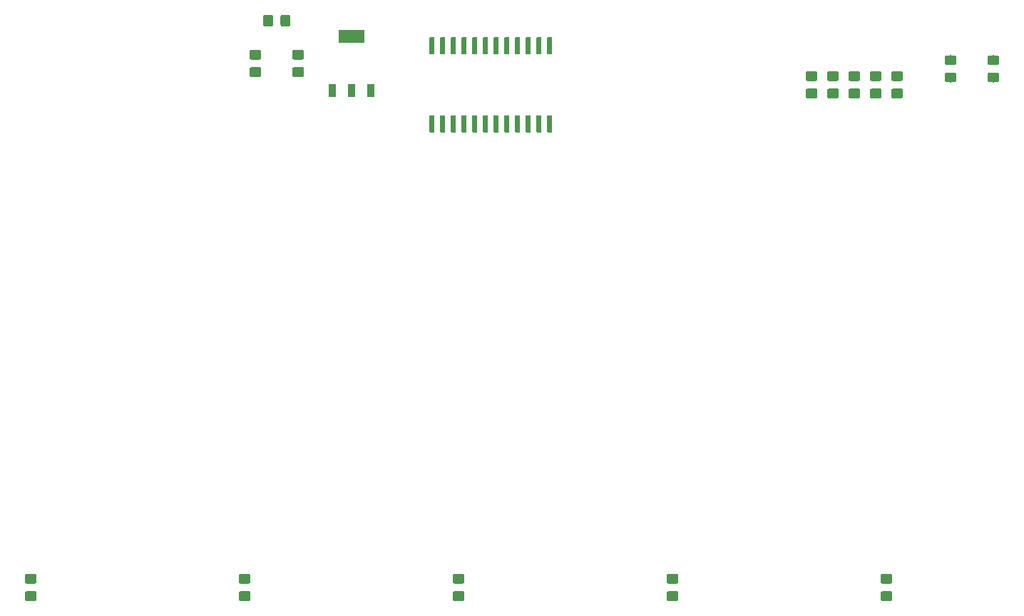
<source format=gtp>
G04 #@! TF.GenerationSoftware,KiCad,Pcbnew,(5.1.2-1)-1*
G04 #@! TF.CreationDate,2019-05-09T17:27:37-07:00*
G04 #@! TF.ProjectId,control_board,636f6e74-726f-46c5-9f62-6f6172642e6b,rev?*
G04 #@! TF.SameCoordinates,Original*
G04 #@! TF.FileFunction,Paste,Top*
G04 #@! TF.FilePolarity,Positive*
%FSLAX46Y46*%
G04 Gerber Fmt 4.6, Leading zero omitted, Abs format (unit mm)*
G04 Created by KiCad (PCBNEW (5.1.2-1)-1) date 2019-05-09 17:27:37*
%MOMM*%
%LPD*%
G04 APERTURE LIST*
%ADD10C,0.100000*%
%ADD11C,1.150000*%
%ADD12C,0.600000*%
%ADD13R,0.838200X1.600200*%
%ADD14R,3.048000X1.600200*%
G04 APERTURE END LIST*
D10*
G36*
X119854505Y-49981204D02*
G01*
X119878773Y-49984804D01*
X119902572Y-49990765D01*
X119925671Y-49999030D01*
X119947850Y-50009520D01*
X119968893Y-50022132D01*
X119988599Y-50036747D01*
X120006777Y-50053223D01*
X120023253Y-50071401D01*
X120037868Y-50091107D01*
X120050480Y-50112150D01*
X120060970Y-50134329D01*
X120069235Y-50157428D01*
X120075196Y-50181227D01*
X120078796Y-50205495D01*
X120080000Y-50229999D01*
X120080000Y-50880001D01*
X120078796Y-50904505D01*
X120075196Y-50928773D01*
X120069235Y-50952572D01*
X120060970Y-50975671D01*
X120050480Y-50997850D01*
X120037868Y-51018893D01*
X120023253Y-51038599D01*
X120006777Y-51056777D01*
X119988599Y-51073253D01*
X119968893Y-51087868D01*
X119947850Y-51100480D01*
X119925671Y-51110970D01*
X119902572Y-51119235D01*
X119878773Y-51125196D01*
X119854505Y-51128796D01*
X119830001Y-51130000D01*
X118929999Y-51130000D01*
X118905495Y-51128796D01*
X118881227Y-51125196D01*
X118857428Y-51119235D01*
X118834329Y-51110970D01*
X118812150Y-51100480D01*
X118791107Y-51087868D01*
X118771401Y-51073253D01*
X118753223Y-51056777D01*
X118736747Y-51038599D01*
X118722132Y-51018893D01*
X118709520Y-50997850D01*
X118699030Y-50975671D01*
X118690765Y-50952572D01*
X118684804Y-50928773D01*
X118681204Y-50904505D01*
X118680000Y-50880001D01*
X118680000Y-50229999D01*
X118681204Y-50205495D01*
X118684804Y-50181227D01*
X118690765Y-50157428D01*
X118699030Y-50134329D01*
X118709520Y-50112150D01*
X118722132Y-50091107D01*
X118736747Y-50071401D01*
X118753223Y-50053223D01*
X118771401Y-50036747D01*
X118791107Y-50022132D01*
X118812150Y-50009520D01*
X118834329Y-49999030D01*
X118857428Y-49990765D01*
X118881227Y-49984804D01*
X118905495Y-49981204D01*
X118929999Y-49980000D01*
X119830001Y-49980000D01*
X119854505Y-49981204D01*
X119854505Y-49981204D01*
G37*
D11*
X119380000Y-50555000D03*
D10*
G36*
X119854505Y-47931204D02*
G01*
X119878773Y-47934804D01*
X119902572Y-47940765D01*
X119925671Y-47949030D01*
X119947850Y-47959520D01*
X119968893Y-47972132D01*
X119988599Y-47986747D01*
X120006777Y-48003223D01*
X120023253Y-48021401D01*
X120037868Y-48041107D01*
X120050480Y-48062150D01*
X120060970Y-48084329D01*
X120069235Y-48107428D01*
X120075196Y-48131227D01*
X120078796Y-48155495D01*
X120080000Y-48179999D01*
X120080000Y-48830001D01*
X120078796Y-48854505D01*
X120075196Y-48878773D01*
X120069235Y-48902572D01*
X120060970Y-48925671D01*
X120050480Y-48947850D01*
X120037868Y-48968893D01*
X120023253Y-48988599D01*
X120006777Y-49006777D01*
X119988599Y-49023253D01*
X119968893Y-49037868D01*
X119947850Y-49050480D01*
X119925671Y-49060970D01*
X119902572Y-49069235D01*
X119878773Y-49075196D01*
X119854505Y-49078796D01*
X119830001Y-49080000D01*
X118929999Y-49080000D01*
X118905495Y-49078796D01*
X118881227Y-49075196D01*
X118857428Y-49069235D01*
X118834329Y-49060970D01*
X118812150Y-49050480D01*
X118791107Y-49037868D01*
X118771401Y-49023253D01*
X118753223Y-49006777D01*
X118736747Y-48988599D01*
X118722132Y-48968893D01*
X118709520Y-48947850D01*
X118699030Y-48925671D01*
X118690765Y-48902572D01*
X118684804Y-48878773D01*
X118681204Y-48854505D01*
X118680000Y-48830001D01*
X118680000Y-48179999D01*
X118681204Y-48155495D01*
X118684804Y-48131227D01*
X118690765Y-48107428D01*
X118699030Y-48084329D01*
X118709520Y-48062150D01*
X118722132Y-48041107D01*
X118736747Y-48021401D01*
X118753223Y-48003223D01*
X118771401Y-47986747D01*
X118791107Y-47972132D01*
X118812150Y-47959520D01*
X118834329Y-47949030D01*
X118857428Y-47940765D01*
X118881227Y-47934804D01*
X118905495Y-47931204D01*
X118929999Y-47930000D01*
X119830001Y-47930000D01*
X119854505Y-47931204D01*
X119854505Y-47931204D01*
G37*
D11*
X119380000Y-48505000D03*
D10*
G36*
X124934505Y-49981204D02*
G01*
X124958773Y-49984804D01*
X124982572Y-49990765D01*
X125005671Y-49999030D01*
X125027850Y-50009520D01*
X125048893Y-50022132D01*
X125068599Y-50036747D01*
X125086777Y-50053223D01*
X125103253Y-50071401D01*
X125117868Y-50091107D01*
X125130480Y-50112150D01*
X125140970Y-50134329D01*
X125149235Y-50157428D01*
X125155196Y-50181227D01*
X125158796Y-50205495D01*
X125160000Y-50229999D01*
X125160000Y-50880001D01*
X125158796Y-50904505D01*
X125155196Y-50928773D01*
X125149235Y-50952572D01*
X125140970Y-50975671D01*
X125130480Y-50997850D01*
X125117868Y-51018893D01*
X125103253Y-51038599D01*
X125086777Y-51056777D01*
X125068599Y-51073253D01*
X125048893Y-51087868D01*
X125027850Y-51100480D01*
X125005671Y-51110970D01*
X124982572Y-51119235D01*
X124958773Y-51125196D01*
X124934505Y-51128796D01*
X124910001Y-51130000D01*
X124009999Y-51130000D01*
X123985495Y-51128796D01*
X123961227Y-51125196D01*
X123937428Y-51119235D01*
X123914329Y-51110970D01*
X123892150Y-51100480D01*
X123871107Y-51087868D01*
X123851401Y-51073253D01*
X123833223Y-51056777D01*
X123816747Y-51038599D01*
X123802132Y-51018893D01*
X123789520Y-50997850D01*
X123779030Y-50975671D01*
X123770765Y-50952572D01*
X123764804Y-50928773D01*
X123761204Y-50904505D01*
X123760000Y-50880001D01*
X123760000Y-50229999D01*
X123761204Y-50205495D01*
X123764804Y-50181227D01*
X123770765Y-50157428D01*
X123779030Y-50134329D01*
X123789520Y-50112150D01*
X123802132Y-50091107D01*
X123816747Y-50071401D01*
X123833223Y-50053223D01*
X123851401Y-50036747D01*
X123871107Y-50022132D01*
X123892150Y-50009520D01*
X123914329Y-49999030D01*
X123937428Y-49990765D01*
X123961227Y-49984804D01*
X123985495Y-49981204D01*
X124009999Y-49980000D01*
X124910001Y-49980000D01*
X124934505Y-49981204D01*
X124934505Y-49981204D01*
G37*
D11*
X124460000Y-50555000D03*
D10*
G36*
X124934505Y-47931204D02*
G01*
X124958773Y-47934804D01*
X124982572Y-47940765D01*
X125005671Y-47949030D01*
X125027850Y-47959520D01*
X125048893Y-47972132D01*
X125068599Y-47986747D01*
X125086777Y-48003223D01*
X125103253Y-48021401D01*
X125117868Y-48041107D01*
X125130480Y-48062150D01*
X125140970Y-48084329D01*
X125149235Y-48107428D01*
X125155196Y-48131227D01*
X125158796Y-48155495D01*
X125160000Y-48179999D01*
X125160000Y-48830001D01*
X125158796Y-48854505D01*
X125155196Y-48878773D01*
X125149235Y-48902572D01*
X125140970Y-48925671D01*
X125130480Y-48947850D01*
X125117868Y-48968893D01*
X125103253Y-48988599D01*
X125086777Y-49006777D01*
X125068599Y-49023253D01*
X125048893Y-49037868D01*
X125027850Y-49050480D01*
X125005671Y-49060970D01*
X124982572Y-49069235D01*
X124958773Y-49075196D01*
X124934505Y-49078796D01*
X124910001Y-49080000D01*
X124009999Y-49080000D01*
X123985495Y-49078796D01*
X123961227Y-49075196D01*
X123937428Y-49069235D01*
X123914329Y-49060970D01*
X123892150Y-49050480D01*
X123871107Y-49037868D01*
X123851401Y-49023253D01*
X123833223Y-49006777D01*
X123816747Y-48988599D01*
X123802132Y-48968893D01*
X123789520Y-48947850D01*
X123779030Y-48925671D01*
X123770765Y-48902572D01*
X123764804Y-48878773D01*
X123761204Y-48854505D01*
X123760000Y-48830001D01*
X123760000Y-48179999D01*
X123761204Y-48155495D01*
X123764804Y-48131227D01*
X123770765Y-48107428D01*
X123779030Y-48084329D01*
X123789520Y-48062150D01*
X123802132Y-48041107D01*
X123816747Y-48021401D01*
X123833223Y-48003223D01*
X123851401Y-47986747D01*
X123871107Y-47972132D01*
X123892150Y-47959520D01*
X123914329Y-47949030D01*
X123937428Y-47940765D01*
X123961227Y-47934804D01*
X123985495Y-47931204D01*
X124009999Y-47930000D01*
X124910001Y-47930000D01*
X124934505Y-47931204D01*
X124934505Y-47931204D01*
G37*
D11*
X124460000Y-48505000D03*
D10*
G36*
X207484505Y-48566204D02*
G01*
X207508773Y-48569804D01*
X207532572Y-48575765D01*
X207555671Y-48584030D01*
X207577850Y-48594520D01*
X207598893Y-48607132D01*
X207618599Y-48621747D01*
X207636777Y-48638223D01*
X207653253Y-48656401D01*
X207667868Y-48676107D01*
X207680480Y-48697150D01*
X207690970Y-48719329D01*
X207699235Y-48742428D01*
X207705196Y-48766227D01*
X207708796Y-48790495D01*
X207710000Y-48814999D01*
X207710000Y-49465001D01*
X207708796Y-49489505D01*
X207705196Y-49513773D01*
X207699235Y-49537572D01*
X207690970Y-49560671D01*
X207680480Y-49582850D01*
X207667868Y-49603893D01*
X207653253Y-49623599D01*
X207636777Y-49641777D01*
X207618599Y-49658253D01*
X207598893Y-49672868D01*
X207577850Y-49685480D01*
X207555671Y-49695970D01*
X207532572Y-49704235D01*
X207508773Y-49710196D01*
X207484505Y-49713796D01*
X207460001Y-49715000D01*
X206559999Y-49715000D01*
X206535495Y-49713796D01*
X206511227Y-49710196D01*
X206487428Y-49704235D01*
X206464329Y-49695970D01*
X206442150Y-49685480D01*
X206421107Y-49672868D01*
X206401401Y-49658253D01*
X206383223Y-49641777D01*
X206366747Y-49623599D01*
X206352132Y-49603893D01*
X206339520Y-49582850D01*
X206329030Y-49560671D01*
X206320765Y-49537572D01*
X206314804Y-49513773D01*
X206311204Y-49489505D01*
X206310000Y-49465001D01*
X206310000Y-48814999D01*
X206311204Y-48790495D01*
X206314804Y-48766227D01*
X206320765Y-48742428D01*
X206329030Y-48719329D01*
X206339520Y-48697150D01*
X206352132Y-48676107D01*
X206366747Y-48656401D01*
X206383223Y-48638223D01*
X206401401Y-48621747D01*
X206421107Y-48607132D01*
X206442150Y-48594520D01*
X206464329Y-48584030D01*
X206487428Y-48575765D01*
X206511227Y-48569804D01*
X206535495Y-48566204D01*
X206559999Y-48565000D01*
X207460001Y-48565000D01*
X207484505Y-48566204D01*
X207484505Y-48566204D01*
G37*
D11*
X207010000Y-49140000D03*
D10*
G36*
X207484505Y-50616204D02*
G01*
X207508773Y-50619804D01*
X207532572Y-50625765D01*
X207555671Y-50634030D01*
X207577850Y-50644520D01*
X207598893Y-50657132D01*
X207618599Y-50671747D01*
X207636777Y-50688223D01*
X207653253Y-50706401D01*
X207667868Y-50726107D01*
X207680480Y-50747150D01*
X207690970Y-50769329D01*
X207699235Y-50792428D01*
X207705196Y-50816227D01*
X207708796Y-50840495D01*
X207710000Y-50864999D01*
X207710000Y-51515001D01*
X207708796Y-51539505D01*
X207705196Y-51563773D01*
X207699235Y-51587572D01*
X207690970Y-51610671D01*
X207680480Y-51632850D01*
X207667868Y-51653893D01*
X207653253Y-51673599D01*
X207636777Y-51691777D01*
X207618599Y-51708253D01*
X207598893Y-51722868D01*
X207577850Y-51735480D01*
X207555671Y-51745970D01*
X207532572Y-51754235D01*
X207508773Y-51760196D01*
X207484505Y-51763796D01*
X207460001Y-51765000D01*
X206559999Y-51765000D01*
X206535495Y-51763796D01*
X206511227Y-51760196D01*
X206487428Y-51754235D01*
X206464329Y-51745970D01*
X206442150Y-51735480D01*
X206421107Y-51722868D01*
X206401401Y-51708253D01*
X206383223Y-51691777D01*
X206366747Y-51673599D01*
X206352132Y-51653893D01*
X206339520Y-51632850D01*
X206329030Y-51610671D01*
X206320765Y-51587572D01*
X206314804Y-51563773D01*
X206311204Y-51539505D01*
X206310000Y-51515001D01*
X206310000Y-50864999D01*
X206311204Y-50840495D01*
X206314804Y-50816227D01*
X206320765Y-50792428D01*
X206329030Y-50769329D01*
X206339520Y-50747150D01*
X206352132Y-50726107D01*
X206366747Y-50706401D01*
X206383223Y-50688223D01*
X206401401Y-50671747D01*
X206421107Y-50657132D01*
X206442150Y-50644520D01*
X206464329Y-50634030D01*
X206487428Y-50625765D01*
X206511227Y-50619804D01*
X206535495Y-50616204D01*
X206559999Y-50615000D01*
X207460001Y-50615000D01*
X207484505Y-50616204D01*
X207484505Y-50616204D01*
G37*
D11*
X207010000Y-51190000D03*
D10*
G36*
X196054505Y-50471204D02*
G01*
X196078773Y-50474804D01*
X196102572Y-50480765D01*
X196125671Y-50489030D01*
X196147850Y-50499520D01*
X196168893Y-50512132D01*
X196188599Y-50526747D01*
X196206777Y-50543223D01*
X196223253Y-50561401D01*
X196237868Y-50581107D01*
X196250480Y-50602150D01*
X196260970Y-50624329D01*
X196269235Y-50647428D01*
X196275196Y-50671227D01*
X196278796Y-50695495D01*
X196280000Y-50719999D01*
X196280000Y-51370001D01*
X196278796Y-51394505D01*
X196275196Y-51418773D01*
X196269235Y-51442572D01*
X196260970Y-51465671D01*
X196250480Y-51487850D01*
X196237868Y-51508893D01*
X196223253Y-51528599D01*
X196206777Y-51546777D01*
X196188599Y-51563253D01*
X196168893Y-51577868D01*
X196147850Y-51590480D01*
X196125671Y-51600970D01*
X196102572Y-51609235D01*
X196078773Y-51615196D01*
X196054505Y-51618796D01*
X196030001Y-51620000D01*
X195129999Y-51620000D01*
X195105495Y-51618796D01*
X195081227Y-51615196D01*
X195057428Y-51609235D01*
X195034329Y-51600970D01*
X195012150Y-51590480D01*
X194991107Y-51577868D01*
X194971401Y-51563253D01*
X194953223Y-51546777D01*
X194936747Y-51528599D01*
X194922132Y-51508893D01*
X194909520Y-51487850D01*
X194899030Y-51465671D01*
X194890765Y-51442572D01*
X194884804Y-51418773D01*
X194881204Y-51394505D01*
X194880000Y-51370001D01*
X194880000Y-50719999D01*
X194881204Y-50695495D01*
X194884804Y-50671227D01*
X194890765Y-50647428D01*
X194899030Y-50624329D01*
X194909520Y-50602150D01*
X194922132Y-50581107D01*
X194936747Y-50561401D01*
X194953223Y-50543223D01*
X194971401Y-50526747D01*
X194991107Y-50512132D01*
X195012150Y-50499520D01*
X195034329Y-50489030D01*
X195057428Y-50480765D01*
X195081227Y-50474804D01*
X195105495Y-50471204D01*
X195129999Y-50470000D01*
X196030001Y-50470000D01*
X196054505Y-50471204D01*
X196054505Y-50471204D01*
G37*
D11*
X195580000Y-51045000D03*
D10*
G36*
X196054505Y-52521204D02*
G01*
X196078773Y-52524804D01*
X196102572Y-52530765D01*
X196125671Y-52539030D01*
X196147850Y-52549520D01*
X196168893Y-52562132D01*
X196188599Y-52576747D01*
X196206777Y-52593223D01*
X196223253Y-52611401D01*
X196237868Y-52631107D01*
X196250480Y-52652150D01*
X196260970Y-52674329D01*
X196269235Y-52697428D01*
X196275196Y-52721227D01*
X196278796Y-52745495D01*
X196280000Y-52769999D01*
X196280000Y-53420001D01*
X196278796Y-53444505D01*
X196275196Y-53468773D01*
X196269235Y-53492572D01*
X196260970Y-53515671D01*
X196250480Y-53537850D01*
X196237868Y-53558893D01*
X196223253Y-53578599D01*
X196206777Y-53596777D01*
X196188599Y-53613253D01*
X196168893Y-53627868D01*
X196147850Y-53640480D01*
X196125671Y-53650970D01*
X196102572Y-53659235D01*
X196078773Y-53665196D01*
X196054505Y-53668796D01*
X196030001Y-53670000D01*
X195129999Y-53670000D01*
X195105495Y-53668796D01*
X195081227Y-53665196D01*
X195057428Y-53659235D01*
X195034329Y-53650970D01*
X195012150Y-53640480D01*
X194991107Y-53627868D01*
X194971401Y-53613253D01*
X194953223Y-53596777D01*
X194936747Y-53578599D01*
X194922132Y-53558893D01*
X194909520Y-53537850D01*
X194899030Y-53515671D01*
X194890765Y-53492572D01*
X194884804Y-53468773D01*
X194881204Y-53444505D01*
X194880000Y-53420001D01*
X194880000Y-52769999D01*
X194881204Y-52745495D01*
X194884804Y-52721227D01*
X194890765Y-52697428D01*
X194899030Y-52674329D01*
X194909520Y-52652150D01*
X194922132Y-52631107D01*
X194936747Y-52611401D01*
X194953223Y-52593223D01*
X194971401Y-52576747D01*
X194991107Y-52562132D01*
X195012150Y-52549520D01*
X195034329Y-52539030D01*
X195057428Y-52530765D01*
X195081227Y-52524804D01*
X195105495Y-52521204D01*
X195129999Y-52520000D01*
X196030001Y-52520000D01*
X196054505Y-52521204D01*
X196054505Y-52521204D01*
G37*
D11*
X195580000Y-53095000D03*
D10*
G36*
X194784505Y-110161204D02*
G01*
X194808773Y-110164804D01*
X194832572Y-110170765D01*
X194855671Y-110179030D01*
X194877850Y-110189520D01*
X194898893Y-110202132D01*
X194918599Y-110216747D01*
X194936777Y-110233223D01*
X194953253Y-110251401D01*
X194967868Y-110271107D01*
X194980480Y-110292150D01*
X194990970Y-110314329D01*
X194999235Y-110337428D01*
X195005196Y-110361227D01*
X195008796Y-110385495D01*
X195010000Y-110409999D01*
X195010000Y-111060001D01*
X195008796Y-111084505D01*
X195005196Y-111108773D01*
X194999235Y-111132572D01*
X194990970Y-111155671D01*
X194980480Y-111177850D01*
X194967868Y-111198893D01*
X194953253Y-111218599D01*
X194936777Y-111236777D01*
X194918599Y-111253253D01*
X194898893Y-111267868D01*
X194877850Y-111280480D01*
X194855671Y-111290970D01*
X194832572Y-111299235D01*
X194808773Y-111305196D01*
X194784505Y-111308796D01*
X194760001Y-111310000D01*
X193859999Y-111310000D01*
X193835495Y-111308796D01*
X193811227Y-111305196D01*
X193787428Y-111299235D01*
X193764329Y-111290970D01*
X193742150Y-111280480D01*
X193721107Y-111267868D01*
X193701401Y-111253253D01*
X193683223Y-111236777D01*
X193666747Y-111218599D01*
X193652132Y-111198893D01*
X193639520Y-111177850D01*
X193629030Y-111155671D01*
X193620765Y-111132572D01*
X193614804Y-111108773D01*
X193611204Y-111084505D01*
X193610000Y-111060001D01*
X193610000Y-110409999D01*
X193611204Y-110385495D01*
X193614804Y-110361227D01*
X193620765Y-110337428D01*
X193629030Y-110314329D01*
X193639520Y-110292150D01*
X193652132Y-110271107D01*
X193666747Y-110251401D01*
X193683223Y-110233223D01*
X193701401Y-110216747D01*
X193721107Y-110202132D01*
X193742150Y-110189520D01*
X193764329Y-110179030D01*
X193787428Y-110170765D01*
X193811227Y-110164804D01*
X193835495Y-110161204D01*
X193859999Y-110160000D01*
X194760001Y-110160000D01*
X194784505Y-110161204D01*
X194784505Y-110161204D01*
G37*
D11*
X194310000Y-110735000D03*
D10*
G36*
X194784505Y-112211204D02*
G01*
X194808773Y-112214804D01*
X194832572Y-112220765D01*
X194855671Y-112229030D01*
X194877850Y-112239520D01*
X194898893Y-112252132D01*
X194918599Y-112266747D01*
X194936777Y-112283223D01*
X194953253Y-112301401D01*
X194967868Y-112321107D01*
X194980480Y-112342150D01*
X194990970Y-112364329D01*
X194999235Y-112387428D01*
X195005196Y-112411227D01*
X195008796Y-112435495D01*
X195010000Y-112459999D01*
X195010000Y-113110001D01*
X195008796Y-113134505D01*
X195005196Y-113158773D01*
X194999235Y-113182572D01*
X194990970Y-113205671D01*
X194980480Y-113227850D01*
X194967868Y-113248893D01*
X194953253Y-113268599D01*
X194936777Y-113286777D01*
X194918599Y-113303253D01*
X194898893Y-113317868D01*
X194877850Y-113330480D01*
X194855671Y-113340970D01*
X194832572Y-113349235D01*
X194808773Y-113355196D01*
X194784505Y-113358796D01*
X194760001Y-113360000D01*
X193859999Y-113360000D01*
X193835495Y-113358796D01*
X193811227Y-113355196D01*
X193787428Y-113349235D01*
X193764329Y-113340970D01*
X193742150Y-113330480D01*
X193721107Y-113317868D01*
X193701401Y-113303253D01*
X193683223Y-113286777D01*
X193666747Y-113268599D01*
X193652132Y-113248893D01*
X193639520Y-113227850D01*
X193629030Y-113205671D01*
X193620765Y-113182572D01*
X193614804Y-113158773D01*
X193611204Y-113134505D01*
X193610000Y-113110001D01*
X193610000Y-112459999D01*
X193611204Y-112435495D01*
X193614804Y-112411227D01*
X193620765Y-112387428D01*
X193629030Y-112364329D01*
X193639520Y-112342150D01*
X193652132Y-112321107D01*
X193666747Y-112301401D01*
X193683223Y-112283223D01*
X193701401Y-112266747D01*
X193721107Y-112252132D01*
X193742150Y-112239520D01*
X193764329Y-112229030D01*
X193787428Y-112220765D01*
X193811227Y-112214804D01*
X193835495Y-112211204D01*
X193859999Y-112210000D01*
X194760001Y-112210000D01*
X194784505Y-112211204D01*
X194784505Y-112211204D01*
G37*
D11*
X194310000Y-112785000D03*
D10*
G36*
X193514505Y-50471204D02*
G01*
X193538773Y-50474804D01*
X193562572Y-50480765D01*
X193585671Y-50489030D01*
X193607850Y-50499520D01*
X193628893Y-50512132D01*
X193648599Y-50526747D01*
X193666777Y-50543223D01*
X193683253Y-50561401D01*
X193697868Y-50581107D01*
X193710480Y-50602150D01*
X193720970Y-50624329D01*
X193729235Y-50647428D01*
X193735196Y-50671227D01*
X193738796Y-50695495D01*
X193740000Y-50719999D01*
X193740000Y-51370001D01*
X193738796Y-51394505D01*
X193735196Y-51418773D01*
X193729235Y-51442572D01*
X193720970Y-51465671D01*
X193710480Y-51487850D01*
X193697868Y-51508893D01*
X193683253Y-51528599D01*
X193666777Y-51546777D01*
X193648599Y-51563253D01*
X193628893Y-51577868D01*
X193607850Y-51590480D01*
X193585671Y-51600970D01*
X193562572Y-51609235D01*
X193538773Y-51615196D01*
X193514505Y-51618796D01*
X193490001Y-51620000D01*
X192589999Y-51620000D01*
X192565495Y-51618796D01*
X192541227Y-51615196D01*
X192517428Y-51609235D01*
X192494329Y-51600970D01*
X192472150Y-51590480D01*
X192451107Y-51577868D01*
X192431401Y-51563253D01*
X192413223Y-51546777D01*
X192396747Y-51528599D01*
X192382132Y-51508893D01*
X192369520Y-51487850D01*
X192359030Y-51465671D01*
X192350765Y-51442572D01*
X192344804Y-51418773D01*
X192341204Y-51394505D01*
X192340000Y-51370001D01*
X192340000Y-50719999D01*
X192341204Y-50695495D01*
X192344804Y-50671227D01*
X192350765Y-50647428D01*
X192359030Y-50624329D01*
X192369520Y-50602150D01*
X192382132Y-50581107D01*
X192396747Y-50561401D01*
X192413223Y-50543223D01*
X192431401Y-50526747D01*
X192451107Y-50512132D01*
X192472150Y-50499520D01*
X192494329Y-50489030D01*
X192517428Y-50480765D01*
X192541227Y-50474804D01*
X192565495Y-50471204D01*
X192589999Y-50470000D01*
X193490001Y-50470000D01*
X193514505Y-50471204D01*
X193514505Y-50471204D01*
G37*
D11*
X193040000Y-51045000D03*
D10*
G36*
X193514505Y-52521204D02*
G01*
X193538773Y-52524804D01*
X193562572Y-52530765D01*
X193585671Y-52539030D01*
X193607850Y-52549520D01*
X193628893Y-52562132D01*
X193648599Y-52576747D01*
X193666777Y-52593223D01*
X193683253Y-52611401D01*
X193697868Y-52631107D01*
X193710480Y-52652150D01*
X193720970Y-52674329D01*
X193729235Y-52697428D01*
X193735196Y-52721227D01*
X193738796Y-52745495D01*
X193740000Y-52769999D01*
X193740000Y-53420001D01*
X193738796Y-53444505D01*
X193735196Y-53468773D01*
X193729235Y-53492572D01*
X193720970Y-53515671D01*
X193710480Y-53537850D01*
X193697868Y-53558893D01*
X193683253Y-53578599D01*
X193666777Y-53596777D01*
X193648599Y-53613253D01*
X193628893Y-53627868D01*
X193607850Y-53640480D01*
X193585671Y-53650970D01*
X193562572Y-53659235D01*
X193538773Y-53665196D01*
X193514505Y-53668796D01*
X193490001Y-53670000D01*
X192589999Y-53670000D01*
X192565495Y-53668796D01*
X192541227Y-53665196D01*
X192517428Y-53659235D01*
X192494329Y-53650970D01*
X192472150Y-53640480D01*
X192451107Y-53627868D01*
X192431401Y-53613253D01*
X192413223Y-53596777D01*
X192396747Y-53578599D01*
X192382132Y-53558893D01*
X192369520Y-53537850D01*
X192359030Y-53515671D01*
X192350765Y-53492572D01*
X192344804Y-53468773D01*
X192341204Y-53444505D01*
X192340000Y-53420001D01*
X192340000Y-52769999D01*
X192341204Y-52745495D01*
X192344804Y-52721227D01*
X192350765Y-52697428D01*
X192359030Y-52674329D01*
X192369520Y-52652150D01*
X192382132Y-52631107D01*
X192396747Y-52611401D01*
X192413223Y-52593223D01*
X192431401Y-52576747D01*
X192451107Y-52562132D01*
X192472150Y-52549520D01*
X192494329Y-52539030D01*
X192517428Y-52530765D01*
X192541227Y-52524804D01*
X192565495Y-52521204D01*
X192589999Y-52520000D01*
X193490001Y-52520000D01*
X193514505Y-52521204D01*
X193514505Y-52521204D01*
G37*
D11*
X193040000Y-53095000D03*
D10*
G36*
X169384505Y-112211204D02*
G01*
X169408773Y-112214804D01*
X169432572Y-112220765D01*
X169455671Y-112229030D01*
X169477850Y-112239520D01*
X169498893Y-112252132D01*
X169518599Y-112266747D01*
X169536777Y-112283223D01*
X169553253Y-112301401D01*
X169567868Y-112321107D01*
X169580480Y-112342150D01*
X169590970Y-112364329D01*
X169599235Y-112387428D01*
X169605196Y-112411227D01*
X169608796Y-112435495D01*
X169610000Y-112459999D01*
X169610000Y-113110001D01*
X169608796Y-113134505D01*
X169605196Y-113158773D01*
X169599235Y-113182572D01*
X169590970Y-113205671D01*
X169580480Y-113227850D01*
X169567868Y-113248893D01*
X169553253Y-113268599D01*
X169536777Y-113286777D01*
X169518599Y-113303253D01*
X169498893Y-113317868D01*
X169477850Y-113330480D01*
X169455671Y-113340970D01*
X169432572Y-113349235D01*
X169408773Y-113355196D01*
X169384505Y-113358796D01*
X169360001Y-113360000D01*
X168459999Y-113360000D01*
X168435495Y-113358796D01*
X168411227Y-113355196D01*
X168387428Y-113349235D01*
X168364329Y-113340970D01*
X168342150Y-113330480D01*
X168321107Y-113317868D01*
X168301401Y-113303253D01*
X168283223Y-113286777D01*
X168266747Y-113268599D01*
X168252132Y-113248893D01*
X168239520Y-113227850D01*
X168229030Y-113205671D01*
X168220765Y-113182572D01*
X168214804Y-113158773D01*
X168211204Y-113134505D01*
X168210000Y-113110001D01*
X168210000Y-112459999D01*
X168211204Y-112435495D01*
X168214804Y-112411227D01*
X168220765Y-112387428D01*
X168229030Y-112364329D01*
X168239520Y-112342150D01*
X168252132Y-112321107D01*
X168266747Y-112301401D01*
X168283223Y-112283223D01*
X168301401Y-112266747D01*
X168321107Y-112252132D01*
X168342150Y-112239520D01*
X168364329Y-112229030D01*
X168387428Y-112220765D01*
X168411227Y-112214804D01*
X168435495Y-112211204D01*
X168459999Y-112210000D01*
X169360001Y-112210000D01*
X169384505Y-112211204D01*
X169384505Y-112211204D01*
G37*
D11*
X168910000Y-112785000D03*
D10*
G36*
X169384505Y-110161204D02*
G01*
X169408773Y-110164804D01*
X169432572Y-110170765D01*
X169455671Y-110179030D01*
X169477850Y-110189520D01*
X169498893Y-110202132D01*
X169518599Y-110216747D01*
X169536777Y-110233223D01*
X169553253Y-110251401D01*
X169567868Y-110271107D01*
X169580480Y-110292150D01*
X169590970Y-110314329D01*
X169599235Y-110337428D01*
X169605196Y-110361227D01*
X169608796Y-110385495D01*
X169610000Y-110409999D01*
X169610000Y-111060001D01*
X169608796Y-111084505D01*
X169605196Y-111108773D01*
X169599235Y-111132572D01*
X169590970Y-111155671D01*
X169580480Y-111177850D01*
X169567868Y-111198893D01*
X169553253Y-111218599D01*
X169536777Y-111236777D01*
X169518599Y-111253253D01*
X169498893Y-111267868D01*
X169477850Y-111280480D01*
X169455671Y-111290970D01*
X169432572Y-111299235D01*
X169408773Y-111305196D01*
X169384505Y-111308796D01*
X169360001Y-111310000D01*
X168459999Y-111310000D01*
X168435495Y-111308796D01*
X168411227Y-111305196D01*
X168387428Y-111299235D01*
X168364329Y-111290970D01*
X168342150Y-111280480D01*
X168321107Y-111267868D01*
X168301401Y-111253253D01*
X168283223Y-111236777D01*
X168266747Y-111218599D01*
X168252132Y-111198893D01*
X168239520Y-111177850D01*
X168229030Y-111155671D01*
X168220765Y-111132572D01*
X168214804Y-111108773D01*
X168211204Y-111084505D01*
X168210000Y-111060001D01*
X168210000Y-110409999D01*
X168211204Y-110385495D01*
X168214804Y-110361227D01*
X168220765Y-110337428D01*
X168229030Y-110314329D01*
X168239520Y-110292150D01*
X168252132Y-110271107D01*
X168266747Y-110251401D01*
X168283223Y-110233223D01*
X168301401Y-110216747D01*
X168321107Y-110202132D01*
X168342150Y-110189520D01*
X168364329Y-110179030D01*
X168387428Y-110170765D01*
X168411227Y-110164804D01*
X168435495Y-110161204D01*
X168459999Y-110160000D01*
X169360001Y-110160000D01*
X169384505Y-110161204D01*
X169384505Y-110161204D01*
G37*
D11*
X168910000Y-110735000D03*
D10*
G36*
X190974505Y-52521204D02*
G01*
X190998773Y-52524804D01*
X191022572Y-52530765D01*
X191045671Y-52539030D01*
X191067850Y-52549520D01*
X191088893Y-52562132D01*
X191108599Y-52576747D01*
X191126777Y-52593223D01*
X191143253Y-52611401D01*
X191157868Y-52631107D01*
X191170480Y-52652150D01*
X191180970Y-52674329D01*
X191189235Y-52697428D01*
X191195196Y-52721227D01*
X191198796Y-52745495D01*
X191200000Y-52769999D01*
X191200000Y-53420001D01*
X191198796Y-53444505D01*
X191195196Y-53468773D01*
X191189235Y-53492572D01*
X191180970Y-53515671D01*
X191170480Y-53537850D01*
X191157868Y-53558893D01*
X191143253Y-53578599D01*
X191126777Y-53596777D01*
X191108599Y-53613253D01*
X191088893Y-53627868D01*
X191067850Y-53640480D01*
X191045671Y-53650970D01*
X191022572Y-53659235D01*
X190998773Y-53665196D01*
X190974505Y-53668796D01*
X190950001Y-53670000D01*
X190049999Y-53670000D01*
X190025495Y-53668796D01*
X190001227Y-53665196D01*
X189977428Y-53659235D01*
X189954329Y-53650970D01*
X189932150Y-53640480D01*
X189911107Y-53627868D01*
X189891401Y-53613253D01*
X189873223Y-53596777D01*
X189856747Y-53578599D01*
X189842132Y-53558893D01*
X189829520Y-53537850D01*
X189819030Y-53515671D01*
X189810765Y-53492572D01*
X189804804Y-53468773D01*
X189801204Y-53444505D01*
X189800000Y-53420001D01*
X189800000Y-52769999D01*
X189801204Y-52745495D01*
X189804804Y-52721227D01*
X189810765Y-52697428D01*
X189819030Y-52674329D01*
X189829520Y-52652150D01*
X189842132Y-52631107D01*
X189856747Y-52611401D01*
X189873223Y-52593223D01*
X189891401Y-52576747D01*
X189911107Y-52562132D01*
X189932150Y-52549520D01*
X189954329Y-52539030D01*
X189977428Y-52530765D01*
X190001227Y-52524804D01*
X190025495Y-52521204D01*
X190049999Y-52520000D01*
X190950001Y-52520000D01*
X190974505Y-52521204D01*
X190974505Y-52521204D01*
G37*
D11*
X190500000Y-53095000D03*
D10*
G36*
X190974505Y-50471204D02*
G01*
X190998773Y-50474804D01*
X191022572Y-50480765D01*
X191045671Y-50489030D01*
X191067850Y-50499520D01*
X191088893Y-50512132D01*
X191108599Y-50526747D01*
X191126777Y-50543223D01*
X191143253Y-50561401D01*
X191157868Y-50581107D01*
X191170480Y-50602150D01*
X191180970Y-50624329D01*
X191189235Y-50647428D01*
X191195196Y-50671227D01*
X191198796Y-50695495D01*
X191200000Y-50719999D01*
X191200000Y-51370001D01*
X191198796Y-51394505D01*
X191195196Y-51418773D01*
X191189235Y-51442572D01*
X191180970Y-51465671D01*
X191170480Y-51487850D01*
X191157868Y-51508893D01*
X191143253Y-51528599D01*
X191126777Y-51546777D01*
X191108599Y-51563253D01*
X191088893Y-51577868D01*
X191067850Y-51590480D01*
X191045671Y-51600970D01*
X191022572Y-51609235D01*
X190998773Y-51615196D01*
X190974505Y-51618796D01*
X190950001Y-51620000D01*
X190049999Y-51620000D01*
X190025495Y-51618796D01*
X190001227Y-51615196D01*
X189977428Y-51609235D01*
X189954329Y-51600970D01*
X189932150Y-51590480D01*
X189911107Y-51577868D01*
X189891401Y-51563253D01*
X189873223Y-51546777D01*
X189856747Y-51528599D01*
X189842132Y-51508893D01*
X189829520Y-51487850D01*
X189819030Y-51465671D01*
X189810765Y-51442572D01*
X189804804Y-51418773D01*
X189801204Y-51394505D01*
X189800000Y-51370001D01*
X189800000Y-50719999D01*
X189801204Y-50695495D01*
X189804804Y-50671227D01*
X189810765Y-50647428D01*
X189819030Y-50624329D01*
X189829520Y-50602150D01*
X189842132Y-50581107D01*
X189856747Y-50561401D01*
X189873223Y-50543223D01*
X189891401Y-50526747D01*
X189911107Y-50512132D01*
X189932150Y-50499520D01*
X189954329Y-50489030D01*
X189977428Y-50480765D01*
X190001227Y-50474804D01*
X190025495Y-50471204D01*
X190049999Y-50470000D01*
X190950001Y-50470000D01*
X190974505Y-50471204D01*
X190974505Y-50471204D01*
G37*
D11*
X190500000Y-51045000D03*
D10*
G36*
X143984505Y-112211204D02*
G01*
X144008773Y-112214804D01*
X144032572Y-112220765D01*
X144055671Y-112229030D01*
X144077850Y-112239520D01*
X144098893Y-112252132D01*
X144118599Y-112266747D01*
X144136777Y-112283223D01*
X144153253Y-112301401D01*
X144167868Y-112321107D01*
X144180480Y-112342150D01*
X144190970Y-112364329D01*
X144199235Y-112387428D01*
X144205196Y-112411227D01*
X144208796Y-112435495D01*
X144210000Y-112459999D01*
X144210000Y-113110001D01*
X144208796Y-113134505D01*
X144205196Y-113158773D01*
X144199235Y-113182572D01*
X144190970Y-113205671D01*
X144180480Y-113227850D01*
X144167868Y-113248893D01*
X144153253Y-113268599D01*
X144136777Y-113286777D01*
X144118599Y-113303253D01*
X144098893Y-113317868D01*
X144077850Y-113330480D01*
X144055671Y-113340970D01*
X144032572Y-113349235D01*
X144008773Y-113355196D01*
X143984505Y-113358796D01*
X143960001Y-113360000D01*
X143059999Y-113360000D01*
X143035495Y-113358796D01*
X143011227Y-113355196D01*
X142987428Y-113349235D01*
X142964329Y-113340970D01*
X142942150Y-113330480D01*
X142921107Y-113317868D01*
X142901401Y-113303253D01*
X142883223Y-113286777D01*
X142866747Y-113268599D01*
X142852132Y-113248893D01*
X142839520Y-113227850D01*
X142829030Y-113205671D01*
X142820765Y-113182572D01*
X142814804Y-113158773D01*
X142811204Y-113134505D01*
X142810000Y-113110001D01*
X142810000Y-112459999D01*
X142811204Y-112435495D01*
X142814804Y-112411227D01*
X142820765Y-112387428D01*
X142829030Y-112364329D01*
X142839520Y-112342150D01*
X142852132Y-112321107D01*
X142866747Y-112301401D01*
X142883223Y-112283223D01*
X142901401Y-112266747D01*
X142921107Y-112252132D01*
X142942150Y-112239520D01*
X142964329Y-112229030D01*
X142987428Y-112220765D01*
X143011227Y-112214804D01*
X143035495Y-112211204D01*
X143059999Y-112210000D01*
X143960001Y-112210000D01*
X143984505Y-112211204D01*
X143984505Y-112211204D01*
G37*
D11*
X143510000Y-112785000D03*
D10*
G36*
X143984505Y-110161204D02*
G01*
X144008773Y-110164804D01*
X144032572Y-110170765D01*
X144055671Y-110179030D01*
X144077850Y-110189520D01*
X144098893Y-110202132D01*
X144118599Y-110216747D01*
X144136777Y-110233223D01*
X144153253Y-110251401D01*
X144167868Y-110271107D01*
X144180480Y-110292150D01*
X144190970Y-110314329D01*
X144199235Y-110337428D01*
X144205196Y-110361227D01*
X144208796Y-110385495D01*
X144210000Y-110409999D01*
X144210000Y-111060001D01*
X144208796Y-111084505D01*
X144205196Y-111108773D01*
X144199235Y-111132572D01*
X144190970Y-111155671D01*
X144180480Y-111177850D01*
X144167868Y-111198893D01*
X144153253Y-111218599D01*
X144136777Y-111236777D01*
X144118599Y-111253253D01*
X144098893Y-111267868D01*
X144077850Y-111280480D01*
X144055671Y-111290970D01*
X144032572Y-111299235D01*
X144008773Y-111305196D01*
X143984505Y-111308796D01*
X143960001Y-111310000D01*
X143059999Y-111310000D01*
X143035495Y-111308796D01*
X143011227Y-111305196D01*
X142987428Y-111299235D01*
X142964329Y-111290970D01*
X142942150Y-111280480D01*
X142921107Y-111267868D01*
X142901401Y-111253253D01*
X142883223Y-111236777D01*
X142866747Y-111218599D01*
X142852132Y-111198893D01*
X142839520Y-111177850D01*
X142829030Y-111155671D01*
X142820765Y-111132572D01*
X142814804Y-111108773D01*
X142811204Y-111084505D01*
X142810000Y-111060001D01*
X142810000Y-110409999D01*
X142811204Y-110385495D01*
X142814804Y-110361227D01*
X142820765Y-110337428D01*
X142829030Y-110314329D01*
X142839520Y-110292150D01*
X142852132Y-110271107D01*
X142866747Y-110251401D01*
X142883223Y-110233223D01*
X142901401Y-110216747D01*
X142921107Y-110202132D01*
X142942150Y-110189520D01*
X142964329Y-110179030D01*
X142987428Y-110170765D01*
X143011227Y-110164804D01*
X143035495Y-110161204D01*
X143059999Y-110160000D01*
X143960001Y-110160000D01*
X143984505Y-110161204D01*
X143984505Y-110161204D01*
G37*
D11*
X143510000Y-110735000D03*
D10*
G36*
X188434505Y-52521204D02*
G01*
X188458773Y-52524804D01*
X188482572Y-52530765D01*
X188505671Y-52539030D01*
X188527850Y-52549520D01*
X188548893Y-52562132D01*
X188568599Y-52576747D01*
X188586777Y-52593223D01*
X188603253Y-52611401D01*
X188617868Y-52631107D01*
X188630480Y-52652150D01*
X188640970Y-52674329D01*
X188649235Y-52697428D01*
X188655196Y-52721227D01*
X188658796Y-52745495D01*
X188660000Y-52769999D01*
X188660000Y-53420001D01*
X188658796Y-53444505D01*
X188655196Y-53468773D01*
X188649235Y-53492572D01*
X188640970Y-53515671D01*
X188630480Y-53537850D01*
X188617868Y-53558893D01*
X188603253Y-53578599D01*
X188586777Y-53596777D01*
X188568599Y-53613253D01*
X188548893Y-53627868D01*
X188527850Y-53640480D01*
X188505671Y-53650970D01*
X188482572Y-53659235D01*
X188458773Y-53665196D01*
X188434505Y-53668796D01*
X188410001Y-53670000D01*
X187509999Y-53670000D01*
X187485495Y-53668796D01*
X187461227Y-53665196D01*
X187437428Y-53659235D01*
X187414329Y-53650970D01*
X187392150Y-53640480D01*
X187371107Y-53627868D01*
X187351401Y-53613253D01*
X187333223Y-53596777D01*
X187316747Y-53578599D01*
X187302132Y-53558893D01*
X187289520Y-53537850D01*
X187279030Y-53515671D01*
X187270765Y-53492572D01*
X187264804Y-53468773D01*
X187261204Y-53444505D01*
X187260000Y-53420001D01*
X187260000Y-52769999D01*
X187261204Y-52745495D01*
X187264804Y-52721227D01*
X187270765Y-52697428D01*
X187279030Y-52674329D01*
X187289520Y-52652150D01*
X187302132Y-52631107D01*
X187316747Y-52611401D01*
X187333223Y-52593223D01*
X187351401Y-52576747D01*
X187371107Y-52562132D01*
X187392150Y-52549520D01*
X187414329Y-52539030D01*
X187437428Y-52530765D01*
X187461227Y-52524804D01*
X187485495Y-52521204D01*
X187509999Y-52520000D01*
X188410001Y-52520000D01*
X188434505Y-52521204D01*
X188434505Y-52521204D01*
G37*
D11*
X187960000Y-53095000D03*
D10*
G36*
X188434505Y-50471204D02*
G01*
X188458773Y-50474804D01*
X188482572Y-50480765D01*
X188505671Y-50489030D01*
X188527850Y-50499520D01*
X188548893Y-50512132D01*
X188568599Y-50526747D01*
X188586777Y-50543223D01*
X188603253Y-50561401D01*
X188617868Y-50581107D01*
X188630480Y-50602150D01*
X188640970Y-50624329D01*
X188649235Y-50647428D01*
X188655196Y-50671227D01*
X188658796Y-50695495D01*
X188660000Y-50719999D01*
X188660000Y-51370001D01*
X188658796Y-51394505D01*
X188655196Y-51418773D01*
X188649235Y-51442572D01*
X188640970Y-51465671D01*
X188630480Y-51487850D01*
X188617868Y-51508893D01*
X188603253Y-51528599D01*
X188586777Y-51546777D01*
X188568599Y-51563253D01*
X188548893Y-51577868D01*
X188527850Y-51590480D01*
X188505671Y-51600970D01*
X188482572Y-51609235D01*
X188458773Y-51615196D01*
X188434505Y-51618796D01*
X188410001Y-51620000D01*
X187509999Y-51620000D01*
X187485495Y-51618796D01*
X187461227Y-51615196D01*
X187437428Y-51609235D01*
X187414329Y-51600970D01*
X187392150Y-51590480D01*
X187371107Y-51577868D01*
X187351401Y-51563253D01*
X187333223Y-51546777D01*
X187316747Y-51528599D01*
X187302132Y-51508893D01*
X187289520Y-51487850D01*
X187279030Y-51465671D01*
X187270765Y-51442572D01*
X187264804Y-51418773D01*
X187261204Y-51394505D01*
X187260000Y-51370001D01*
X187260000Y-50719999D01*
X187261204Y-50695495D01*
X187264804Y-50671227D01*
X187270765Y-50647428D01*
X187279030Y-50624329D01*
X187289520Y-50602150D01*
X187302132Y-50581107D01*
X187316747Y-50561401D01*
X187333223Y-50543223D01*
X187351401Y-50526747D01*
X187371107Y-50512132D01*
X187392150Y-50499520D01*
X187414329Y-50489030D01*
X187437428Y-50480765D01*
X187461227Y-50474804D01*
X187485495Y-50471204D01*
X187509999Y-50470000D01*
X188410001Y-50470000D01*
X188434505Y-50471204D01*
X188434505Y-50471204D01*
G37*
D11*
X187960000Y-51045000D03*
D10*
G36*
X118584505Y-110161204D02*
G01*
X118608773Y-110164804D01*
X118632572Y-110170765D01*
X118655671Y-110179030D01*
X118677850Y-110189520D01*
X118698893Y-110202132D01*
X118718599Y-110216747D01*
X118736777Y-110233223D01*
X118753253Y-110251401D01*
X118767868Y-110271107D01*
X118780480Y-110292150D01*
X118790970Y-110314329D01*
X118799235Y-110337428D01*
X118805196Y-110361227D01*
X118808796Y-110385495D01*
X118810000Y-110409999D01*
X118810000Y-111060001D01*
X118808796Y-111084505D01*
X118805196Y-111108773D01*
X118799235Y-111132572D01*
X118790970Y-111155671D01*
X118780480Y-111177850D01*
X118767868Y-111198893D01*
X118753253Y-111218599D01*
X118736777Y-111236777D01*
X118718599Y-111253253D01*
X118698893Y-111267868D01*
X118677850Y-111280480D01*
X118655671Y-111290970D01*
X118632572Y-111299235D01*
X118608773Y-111305196D01*
X118584505Y-111308796D01*
X118560001Y-111310000D01*
X117659999Y-111310000D01*
X117635495Y-111308796D01*
X117611227Y-111305196D01*
X117587428Y-111299235D01*
X117564329Y-111290970D01*
X117542150Y-111280480D01*
X117521107Y-111267868D01*
X117501401Y-111253253D01*
X117483223Y-111236777D01*
X117466747Y-111218599D01*
X117452132Y-111198893D01*
X117439520Y-111177850D01*
X117429030Y-111155671D01*
X117420765Y-111132572D01*
X117414804Y-111108773D01*
X117411204Y-111084505D01*
X117410000Y-111060001D01*
X117410000Y-110409999D01*
X117411204Y-110385495D01*
X117414804Y-110361227D01*
X117420765Y-110337428D01*
X117429030Y-110314329D01*
X117439520Y-110292150D01*
X117452132Y-110271107D01*
X117466747Y-110251401D01*
X117483223Y-110233223D01*
X117501401Y-110216747D01*
X117521107Y-110202132D01*
X117542150Y-110189520D01*
X117564329Y-110179030D01*
X117587428Y-110170765D01*
X117611227Y-110164804D01*
X117635495Y-110161204D01*
X117659999Y-110160000D01*
X118560001Y-110160000D01*
X118584505Y-110161204D01*
X118584505Y-110161204D01*
G37*
D11*
X118110000Y-110735000D03*
D10*
G36*
X118584505Y-112211204D02*
G01*
X118608773Y-112214804D01*
X118632572Y-112220765D01*
X118655671Y-112229030D01*
X118677850Y-112239520D01*
X118698893Y-112252132D01*
X118718599Y-112266747D01*
X118736777Y-112283223D01*
X118753253Y-112301401D01*
X118767868Y-112321107D01*
X118780480Y-112342150D01*
X118790970Y-112364329D01*
X118799235Y-112387428D01*
X118805196Y-112411227D01*
X118808796Y-112435495D01*
X118810000Y-112459999D01*
X118810000Y-113110001D01*
X118808796Y-113134505D01*
X118805196Y-113158773D01*
X118799235Y-113182572D01*
X118790970Y-113205671D01*
X118780480Y-113227850D01*
X118767868Y-113248893D01*
X118753253Y-113268599D01*
X118736777Y-113286777D01*
X118718599Y-113303253D01*
X118698893Y-113317868D01*
X118677850Y-113330480D01*
X118655671Y-113340970D01*
X118632572Y-113349235D01*
X118608773Y-113355196D01*
X118584505Y-113358796D01*
X118560001Y-113360000D01*
X117659999Y-113360000D01*
X117635495Y-113358796D01*
X117611227Y-113355196D01*
X117587428Y-113349235D01*
X117564329Y-113340970D01*
X117542150Y-113330480D01*
X117521107Y-113317868D01*
X117501401Y-113303253D01*
X117483223Y-113286777D01*
X117466747Y-113268599D01*
X117452132Y-113248893D01*
X117439520Y-113227850D01*
X117429030Y-113205671D01*
X117420765Y-113182572D01*
X117414804Y-113158773D01*
X117411204Y-113134505D01*
X117410000Y-113110001D01*
X117410000Y-112459999D01*
X117411204Y-112435495D01*
X117414804Y-112411227D01*
X117420765Y-112387428D01*
X117429030Y-112364329D01*
X117439520Y-112342150D01*
X117452132Y-112321107D01*
X117466747Y-112301401D01*
X117483223Y-112283223D01*
X117501401Y-112266747D01*
X117521107Y-112252132D01*
X117542150Y-112239520D01*
X117564329Y-112229030D01*
X117587428Y-112220765D01*
X117611227Y-112214804D01*
X117635495Y-112211204D01*
X117659999Y-112210000D01*
X118560001Y-112210000D01*
X118584505Y-112211204D01*
X118584505Y-112211204D01*
G37*
D11*
X118110000Y-112785000D03*
D10*
G36*
X185894505Y-50471204D02*
G01*
X185918773Y-50474804D01*
X185942572Y-50480765D01*
X185965671Y-50489030D01*
X185987850Y-50499520D01*
X186008893Y-50512132D01*
X186028599Y-50526747D01*
X186046777Y-50543223D01*
X186063253Y-50561401D01*
X186077868Y-50581107D01*
X186090480Y-50602150D01*
X186100970Y-50624329D01*
X186109235Y-50647428D01*
X186115196Y-50671227D01*
X186118796Y-50695495D01*
X186120000Y-50719999D01*
X186120000Y-51370001D01*
X186118796Y-51394505D01*
X186115196Y-51418773D01*
X186109235Y-51442572D01*
X186100970Y-51465671D01*
X186090480Y-51487850D01*
X186077868Y-51508893D01*
X186063253Y-51528599D01*
X186046777Y-51546777D01*
X186028599Y-51563253D01*
X186008893Y-51577868D01*
X185987850Y-51590480D01*
X185965671Y-51600970D01*
X185942572Y-51609235D01*
X185918773Y-51615196D01*
X185894505Y-51618796D01*
X185870001Y-51620000D01*
X184969999Y-51620000D01*
X184945495Y-51618796D01*
X184921227Y-51615196D01*
X184897428Y-51609235D01*
X184874329Y-51600970D01*
X184852150Y-51590480D01*
X184831107Y-51577868D01*
X184811401Y-51563253D01*
X184793223Y-51546777D01*
X184776747Y-51528599D01*
X184762132Y-51508893D01*
X184749520Y-51487850D01*
X184739030Y-51465671D01*
X184730765Y-51442572D01*
X184724804Y-51418773D01*
X184721204Y-51394505D01*
X184720000Y-51370001D01*
X184720000Y-50719999D01*
X184721204Y-50695495D01*
X184724804Y-50671227D01*
X184730765Y-50647428D01*
X184739030Y-50624329D01*
X184749520Y-50602150D01*
X184762132Y-50581107D01*
X184776747Y-50561401D01*
X184793223Y-50543223D01*
X184811401Y-50526747D01*
X184831107Y-50512132D01*
X184852150Y-50499520D01*
X184874329Y-50489030D01*
X184897428Y-50480765D01*
X184921227Y-50474804D01*
X184945495Y-50471204D01*
X184969999Y-50470000D01*
X185870001Y-50470000D01*
X185894505Y-50471204D01*
X185894505Y-50471204D01*
G37*
D11*
X185420000Y-51045000D03*
D10*
G36*
X185894505Y-52521204D02*
G01*
X185918773Y-52524804D01*
X185942572Y-52530765D01*
X185965671Y-52539030D01*
X185987850Y-52549520D01*
X186008893Y-52562132D01*
X186028599Y-52576747D01*
X186046777Y-52593223D01*
X186063253Y-52611401D01*
X186077868Y-52631107D01*
X186090480Y-52652150D01*
X186100970Y-52674329D01*
X186109235Y-52697428D01*
X186115196Y-52721227D01*
X186118796Y-52745495D01*
X186120000Y-52769999D01*
X186120000Y-53420001D01*
X186118796Y-53444505D01*
X186115196Y-53468773D01*
X186109235Y-53492572D01*
X186100970Y-53515671D01*
X186090480Y-53537850D01*
X186077868Y-53558893D01*
X186063253Y-53578599D01*
X186046777Y-53596777D01*
X186028599Y-53613253D01*
X186008893Y-53627868D01*
X185987850Y-53640480D01*
X185965671Y-53650970D01*
X185942572Y-53659235D01*
X185918773Y-53665196D01*
X185894505Y-53668796D01*
X185870001Y-53670000D01*
X184969999Y-53670000D01*
X184945495Y-53668796D01*
X184921227Y-53665196D01*
X184897428Y-53659235D01*
X184874329Y-53650970D01*
X184852150Y-53640480D01*
X184831107Y-53627868D01*
X184811401Y-53613253D01*
X184793223Y-53596777D01*
X184776747Y-53578599D01*
X184762132Y-53558893D01*
X184749520Y-53537850D01*
X184739030Y-53515671D01*
X184730765Y-53492572D01*
X184724804Y-53468773D01*
X184721204Y-53444505D01*
X184720000Y-53420001D01*
X184720000Y-52769999D01*
X184721204Y-52745495D01*
X184724804Y-52721227D01*
X184730765Y-52697428D01*
X184739030Y-52674329D01*
X184749520Y-52652150D01*
X184762132Y-52631107D01*
X184776747Y-52611401D01*
X184793223Y-52593223D01*
X184811401Y-52576747D01*
X184831107Y-52562132D01*
X184852150Y-52549520D01*
X184874329Y-52539030D01*
X184897428Y-52530765D01*
X184921227Y-52524804D01*
X184945495Y-52521204D01*
X184969999Y-52520000D01*
X185870001Y-52520000D01*
X185894505Y-52521204D01*
X185894505Y-52521204D01*
G37*
D11*
X185420000Y-53095000D03*
D10*
G36*
X93184505Y-110161204D02*
G01*
X93208773Y-110164804D01*
X93232572Y-110170765D01*
X93255671Y-110179030D01*
X93277850Y-110189520D01*
X93298893Y-110202132D01*
X93318599Y-110216747D01*
X93336777Y-110233223D01*
X93353253Y-110251401D01*
X93367868Y-110271107D01*
X93380480Y-110292150D01*
X93390970Y-110314329D01*
X93399235Y-110337428D01*
X93405196Y-110361227D01*
X93408796Y-110385495D01*
X93410000Y-110409999D01*
X93410000Y-111060001D01*
X93408796Y-111084505D01*
X93405196Y-111108773D01*
X93399235Y-111132572D01*
X93390970Y-111155671D01*
X93380480Y-111177850D01*
X93367868Y-111198893D01*
X93353253Y-111218599D01*
X93336777Y-111236777D01*
X93318599Y-111253253D01*
X93298893Y-111267868D01*
X93277850Y-111280480D01*
X93255671Y-111290970D01*
X93232572Y-111299235D01*
X93208773Y-111305196D01*
X93184505Y-111308796D01*
X93160001Y-111310000D01*
X92259999Y-111310000D01*
X92235495Y-111308796D01*
X92211227Y-111305196D01*
X92187428Y-111299235D01*
X92164329Y-111290970D01*
X92142150Y-111280480D01*
X92121107Y-111267868D01*
X92101401Y-111253253D01*
X92083223Y-111236777D01*
X92066747Y-111218599D01*
X92052132Y-111198893D01*
X92039520Y-111177850D01*
X92029030Y-111155671D01*
X92020765Y-111132572D01*
X92014804Y-111108773D01*
X92011204Y-111084505D01*
X92010000Y-111060001D01*
X92010000Y-110409999D01*
X92011204Y-110385495D01*
X92014804Y-110361227D01*
X92020765Y-110337428D01*
X92029030Y-110314329D01*
X92039520Y-110292150D01*
X92052132Y-110271107D01*
X92066747Y-110251401D01*
X92083223Y-110233223D01*
X92101401Y-110216747D01*
X92121107Y-110202132D01*
X92142150Y-110189520D01*
X92164329Y-110179030D01*
X92187428Y-110170765D01*
X92211227Y-110164804D01*
X92235495Y-110161204D01*
X92259999Y-110160000D01*
X93160001Y-110160000D01*
X93184505Y-110161204D01*
X93184505Y-110161204D01*
G37*
D11*
X92710000Y-110735000D03*
D10*
G36*
X93184505Y-112211204D02*
G01*
X93208773Y-112214804D01*
X93232572Y-112220765D01*
X93255671Y-112229030D01*
X93277850Y-112239520D01*
X93298893Y-112252132D01*
X93318599Y-112266747D01*
X93336777Y-112283223D01*
X93353253Y-112301401D01*
X93367868Y-112321107D01*
X93380480Y-112342150D01*
X93390970Y-112364329D01*
X93399235Y-112387428D01*
X93405196Y-112411227D01*
X93408796Y-112435495D01*
X93410000Y-112459999D01*
X93410000Y-113110001D01*
X93408796Y-113134505D01*
X93405196Y-113158773D01*
X93399235Y-113182572D01*
X93390970Y-113205671D01*
X93380480Y-113227850D01*
X93367868Y-113248893D01*
X93353253Y-113268599D01*
X93336777Y-113286777D01*
X93318599Y-113303253D01*
X93298893Y-113317868D01*
X93277850Y-113330480D01*
X93255671Y-113340970D01*
X93232572Y-113349235D01*
X93208773Y-113355196D01*
X93184505Y-113358796D01*
X93160001Y-113360000D01*
X92259999Y-113360000D01*
X92235495Y-113358796D01*
X92211227Y-113355196D01*
X92187428Y-113349235D01*
X92164329Y-113340970D01*
X92142150Y-113330480D01*
X92121107Y-113317868D01*
X92101401Y-113303253D01*
X92083223Y-113286777D01*
X92066747Y-113268599D01*
X92052132Y-113248893D01*
X92039520Y-113227850D01*
X92029030Y-113205671D01*
X92020765Y-113182572D01*
X92014804Y-113158773D01*
X92011204Y-113134505D01*
X92010000Y-113110001D01*
X92010000Y-112459999D01*
X92011204Y-112435495D01*
X92014804Y-112411227D01*
X92020765Y-112387428D01*
X92029030Y-112364329D01*
X92039520Y-112342150D01*
X92052132Y-112321107D01*
X92066747Y-112301401D01*
X92083223Y-112283223D01*
X92101401Y-112266747D01*
X92121107Y-112252132D01*
X92142150Y-112239520D01*
X92164329Y-112229030D01*
X92187428Y-112220765D01*
X92211227Y-112214804D01*
X92235495Y-112211204D01*
X92259999Y-112210000D01*
X93160001Y-112210000D01*
X93184505Y-112211204D01*
X93184505Y-112211204D01*
G37*
D11*
X92710000Y-112785000D03*
D10*
G36*
X202404505Y-50616204D02*
G01*
X202428773Y-50619804D01*
X202452572Y-50625765D01*
X202475671Y-50634030D01*
X202497850Y-50644520D01*
X202518893Y-50657132D01*
X202538599Y-50671747D01*
X202556777Y-50688223D01*
X202573253Y-50706401D01*
X202587868Y-50726107D01*
X202600480Y-50747150D01*
X202610970Y-50769329D01*
X202619235Y-50792428D01*
X202625196Y-50816227D01*
X202628796Y-50840495D01*
X202630000Y-50864999D01*
X202630000Y-51515001D01*
X202628796Y-51539505D01*
X202625196Y-51563773D01*
X202619235Y-51587572D01*
X202610970Y-51610671D01*
X202600480Y-51632850D01*
X202587868Y-51653893D01*
X202573253Y-51673599D01*
X202556777Y-51691777D01*
X202538599Y-51708253D01*
X202518893Y-51722868D01*
X202497850Y-51735480D01*
X202475671Y-51745970D01*
X202452572Y-51754235D01*
X202428773Y-51760196D01*
X202404505Y-51763796D01*
X202380001Y-51765000D01*
X201479999Y-51765000D01*
X201455495Y-51763796D01*
X201431227Y-51760196D01*
X201407428Y-51754235D01*
X201384329Y-51745970D01*
X201362150Y-51735480D01*
X201341107Y-51722868D01*
X201321401Y-51708253D01*
X201303223Y-51691777D01*
X201286747Y-51673599D01*
X201272132Y-51653893D01*
X201259520Y-51632850D01*
X201249030Y-51610671D01*
X201240765Y-51587572D01*
X201234804Y-51563773D01*
X201231204Y-51539505D01*
X201230000Y-51515001D01*
X201230000Y-50864999D01*
X201231204Y-50840495D01*
X201234804Y-50816227D01*
X201240765Y-50792428D01*
X201249030Y-50769329D01*
X201259520Y-50747150D01*
X201272132Y-50726107D01*
X201286747Y-50706401D01*
X201303223Y-50688223D01*
X201321401Y-50671747D01*
X201341107Y-50657132D01*
X201362150Y-50644520D01*
X201384329Y-50634030D01*
X201407428Y-50625765D01*
X201431227Y-50619804D01*
X201455495Y-50616204D01*
X201479999Y-50615000D01*
X202380001Y-50615000D01*
X202404505Y-50616204D01*
X202404505Y-50616204D01*
G37*
D11*
X201930000Y-51190000D03*
D10*
G36*
X202404505Y-48566204D02*
G01*
X202428773Y-48569804D01*
X202452572Y-48575765D01*
X202475671Y-48584030D01*
X202497850Y-48594520D01*
X202518893Y-48607132D01*
X202538599Y-48621747D01*
X202556777Y-48638223D01*
X202573253Y-48656401D01*
X202587868Y-48676107D01*
X202600480Y-48697150D01*
X202610970Y-48719329D01*
X202619235Y-48742428D01*
X202625196Y-48766227D01*
X202628796Y-48790495D01*
X202630000Y-48814999D01*
X202630000Y-49465001D01*
X202628796Y-49489505D01*
X202625196Y-49513773D01*
X202619235Y-49537572D01*
X202610970Y-49560671D01*
X202600480Y-49582850D01*
X202587868Y-49603893D01*
X202573253Y-49623599D01*
X202556777Y-49641777D01*
X202538599Y-49658253D01*
X202518893Y-49672868D01*
X202497850Y-49685480D01*
X202475671Y-49695970D01*
X202452572Y-49704235D01*
X202428773Y-49710196D01*
X202404505Y-49713796D01*
X202380001Y-49715000D01*
X201479999Y-49715000D01*
X201455495Y-49713796D01*
X201431227Y-49710196D01*
X201407428Y-49704235D01*
X201384329Y-49695970D01*
X201362150Y-49685480D01*
X201341107Y-49672868D01*
X201321401Y-49658253D01*
X201303223Y-49641777D01*
X201286747Y-49623599D01*
X201272132Y-49603893D01*
X201259520Y-49582850D01*
X201249030Y-49560671D01*
X201240765Y-49537572D01*
X201234804Y-49513773D01*
X201231204Y-49489505D01*
X201230000Y-49465001D01*
X201230000Y-48814999D01*
X201231204Y-48790495D01*
X201234804Y-48766227D01*
X201240765Y-48742428D01*
X201249030Y-48719329D01*
X201259520Y-48697150D01*
X201272132Y-48676107D01*
X201286747Y-48656401D01*
X201303223Y-48638223D01*
X201321401Y-48621747D01*
X201341107Y-48607132D01*
X201362150Y-48594520D01*
X201384329Y-48584030D01*
X201407428Y-48575765D01*
X201431227Y-48569804D01*
X201455495Y-48566204D01*
X201479999Y-48565000D01*
X202380001Y-48565000D01*
X202404505Y-48566204D01*
X202404505Y-48566204D01*
G37*
D11*
X201930000Y-49140000D03*
D10*
G36*
X121244505Y-43751204D02*
G01*
X121268773Y-43754804D01*
X121292572Y-43760765D01*
X121315671Y-43769030D01*
X121337850Y-43779520D01*
X121358893Y-43792132D01*
X121378599Y-43806747D01*
X121396777Y-43823223D01*
X121413253Y-43841401D01*
X121427868Y-43861107D01*
X121440480Y-43882150D01*
X121450970Y-43904329D01*
X121459235Y-43927428D01*
X121465196Y-43951227D01*
X121468796Y-43975495D01*
X121470000Y-43999999D01*
X121470000Y-44900001D01*
X121468796Y-44924505D01*
X121465196Y-44948773D01*
X121459235Y-44972572D01*
X121450970Y-44995671D01*
X121440480Y-45017850D01*
X121427868Y-45038893D01*
X121413253Y-45058599D01*
X121396777Y-45076777D01*
X121378599Y-45093253D01*
X121358893Y-45107868D01*
X121337850Y-45120480D01*
X121315671Y-45130970D01*
X121292572Y-45139235D01*
X121268773Y-45145196D01*
X121244505Y-45148796D01*
X121220001Y-45150000D01*
X120569999Y-45150000D01*
X120545495Y-45148796D01*
X120521227Y-45145196D01*
X120497428Y-45139235D01*
X120474329Y-45130970D01*
X120452150Y-45120480D01*
X120431107Y-45107868D01*
X120411401Y-45093253D01*
X120393223Y-45076777D01*
X120376747Y-45058599D01*
X120362132Y-45038893D01*
X120349520Y-45017850D01*
X120339030Y-44995671D01*
X120330765Y-44972572D01*
X120324804Y-44948773D01*
X120321204Y-44924505D01*
X120320000Y-44900001D01*
X120320000Y-43999999D01*
X120321204Y-43975495D01*
X120324804Y-43951227D01*
X120330765Y-43927428D01*
X120339030Y-43904329D01*
X120349520Y-43882150D01*
X120362132Y-43861107D01*
X120376747Y-43841401D01*
X120393223Y-43823223D01*
X120411401Y-43806747D01*
X120431107Y-43792132D01*
X120452150Y-43779520D01*
X120474329Y-43769030D01*
X120497428Y-43760765D01*
X120521227Y-43754804D01*
X120545495Y-43751204D01*
X120569999Y-43750000D01*
X121220001Y-43750000D01*
X121244505Y-43751204D01*
X121244505Y-43751204D01*
G37*
D11*
X120895000Y-44450000D03*
D10*
G36*
X123294505Y-43751204D02*
G01*
X123318773Y-43754804D01*
X123342572Y-43760765D01*
X123365671Y-43769030D01*
X123387850Y-43779520D01*
X123408893Y-43792132D01*
X123428599Y-43806747D01*
X123446777Y-43823223D01*
X123463253Y-43841401D01*
X123477868Y-43861107D01*
X123490480Y-43882150D01*
X123500970Y-43904329D01*
X123509235Y-43927428D01*
X123515196Y-43951227D01*
X123518796Y-43975495D01*
X123520000Y-43999999D01*
X123520000Y-44900001D01*
X123518796Y-44924505D01*
X123515196Y-44948773D01*
X123509235Y-44972572D01*
X123500970Y-44995671D01*
X123490480Y-45017850D01*
X123477868Y-45038893D01*
X123463253Y-45058599D01*
X123446777Y-45076777D01*
X123428599Y-45093253D01*
X123408893Y-45107868D01*
X123387850Y-45120480D01*
X123365671Y-45130970D01*
X123342572Y-45139235D01*
X123318773Y-45145196D01*
X123294505Y-45148796D01*
X123270001Y-45150000D01*
X122619999Y-45150000D01*
X122595495Y-45148796D01*
X122571227Y-45145196D01*
X122547428Y-45139235D01*
X122524329Y-45130970D01*
X122502150Y-45120480D01*
X122481107Y-45107868D01*
X122461401Y-45093253D01*
X122443223Y-45076777D01*
X122426747Y-45058599D01*
X122412132Y-45038893D01*
X122399520Y-45017850D01*
X122389030Y-44995671D01*
X122380765Y-44972572D01*
X122374804Y-44948773D01*
X122371204Y-44924505D01*
X122370000Y-44900001D01*
X122370000Y-43999999D01*
X122371204Y-43975495D01*
X122374804Y-43951227D01*
X122380765Y-43927428D01*
X122389030Y-43904329D01*
X122399520Y-43882150D01*
X122412132Y-43861107D01*
X122426747Y-43841401D01*
X122443223Y-43823223D01*
X122461401Y-43806747D01*
X122481107Y-43792132D01*
X122502150Y-43779520D01*
X122524329Y-43769030D01*
X122547428Y-43760765D01*
X122571227Y-43754804D01*
X122595495Y-43751204D01*
X122619999Y-43750000D01*
X123270001Y-43750000D01*
X123294505Y-43751204D01*
X123294505Y-43751204D01*
G37*
D11*
X122945000Y-44450000D03*
D10*
G36*
X140499703Y-55695722D02*
G01*
X140514264Y-55697882D01*
X140528543Y-55701459D01*
X140542403Y-55706418D01*
X140555710Y-55712712D01*
X140568336Y-55720280D01*
X140580159Y-55729048D01*
X140591066Y-55738934D01*
X140600952Y-55749841D01*
X140609720Y-55761664D01*
X140617288Y-55774290D01*
X140623582Y-55787597D01*
X140628541Y-55801457D01*
X140632118Y-55815736D01*
X140634278Y-55830297D01*
X140635000Y-55845000D01*
X140635000Y-57595000D01*
X140634278Y-57609703D01*
X140632118Y-57624264D01*
X140628541Y-57638543D01*
X140623582Y-57652403D01*
X140617288Y-57665710D01*
X140609720Y-57678336D01*
X140600952Y-57690159D01*
X140591066Y-57701066D01*
X140580159Y-57710952D01*
X140568336Y-57719720D01*
X140555710Y-57727288D01*
X140542403Y-57733582D01*
X140528543Y-57738541D01*
X140514264Y-57742118D01*
X140499703Y-57744278D01*
X140485000Y-57745000D01*
X140185000Y-57745000D01*
X140170297Y-57744278D01*
X140155736Y-57742118D01*
X140141457Y-57738541D01*
X140127597Y-57733582D01*
X140114290Y-57727288D01*
X140101664Y-57719720D01*
X140089841Y-57710952D01*
X140078934Y-57701066D01*
X140069048Y-57690159D01*
X140060280Y-57678336D01*
X140052712Y-57665710D01*
X140046418Y-57652403D01*
X140041459Y-57638543D01*
X140037882Y-57624264D01*
X140035722Y-57609703D01*
X140035000Y-57595000D01*
X140035000Y-55845000D01*
X140035722Y-55830297D01*
X140037882Y-55815736D01*
X140041459Y-55801457D01*
X140046418Y-55787597D01*
X140052712Y-55774290D01*
X140060280Y-55761664D01*
X140069048Y-55749841D01*
X140078934Y-55738934D01*
X140089841Y-55729048D01*
X140101664Y-55720280D01*
X140114290Y-55712712D01*
X140127597Y-55706418D01*
X140141457Y-55701459D01*
X140155736Y-55697882D01*
X140170297Y-55695722D01*
X140185000Y-55695000D01*
X140485000Y-55695000D01*
X140499703Y-55695722D01*
X140499703Y-55695722D01*
G37*
D12*
X140335000Y-56720000D03*
D10*
G36*
X141769703Y-55695722D02*
G01*
X141784264Y-55697882D01*
X141798543Y-55701459D01*
X141812403Y-55706418D01*
X141825710Y-55712712D01*
X141838336Y-55720280D01*
X141850159Y-55729048D01*
X141861066Y-55738934D01*
X141870952Y-55749841D01*
X141879720Y-55761664D01*
X141887288Y-55774290D01*
X141893582Y-55787597D01*
X141898541Y-55801457D01*
X141902118Y-55815736D01*
X141904278Y-55830297D01*
X141905000Y-55845000D01*
X141905000Y-57595000D01*
X141904278Y-57609703D01*
X141902118Y-57624264D01*
X141898541Y-57638543D01*
X141893582Y-57652403D01*
X141887288Y-57665710D01*
X141879720Y-57678336D01*
X141870952Y-57690159D01*
X141861066Y-57701066D01*
X141850159Y-57710952D01*
X141838336Y-57719720D01*
X141825710Y-57727288D01*
X141812403Y-57733582D01*
X141798543Y-57738541D01*
X141784264Y-57742118D01*
X141769703Y-57744278D01*
X141755000Y-57745000D01*
X141455000Y-57745000D01*
X141440297Y-57744278D01*
X141425736Y-57742118D01*
X141411457Y-57738541D01*
X141397597Y-57733582D01*
X141384290Y-57727288D01*
X141371664Y-57719720D01*
X141359841Y-57710952D01*
X141348934Y-57701066D01*
X141339048Y-57690159D01*
X141330280Y-57678336D01*
X141322712Y-57665710D01*
X141316418Y-57652403D01*
X141311459Y-57638543D01*
X141307882Y-57624264D01*
X141305722Y-57609703D01*
X141305000Y-57595000D01*
X141305000Y-55845000D01*
X141305722Y-55830297D01*
X141307882Y-55815736D01*
X141311459Y-55801457D01*
X141316418Y-55787597D01*
X141322712Y-55774290D01*
X141330280Y-55761664D01*
X141339048Y-55749841D01*
X141348934Y-55738934D01*
X141359841Y-55729048D01*
X141371664Y-55720280D01*
X141384290Y-55712712D01*
X141397597Y-55706418D01*
X141411457Y-55701459D01*
X141425736Y-55697882D01*
X141440297Y-55695722D01*
X141455000Y-55695000D01*
X141755000Y-55695000D01*
X141769703Y-55695722D01*
X141769703Y-55695722D01*
G37*
D12*
X141605000Y-56720000D03*
D10*
G36*
X143039703Y-55695722D02*
G01*
X143054264Y-55697882D01*
X143068543Y-55701459D01*
X143082403Y-55706418D01*
X143095710Y-55712712D01*
X143108336Y-55720280D01*
X143120159Y-55729048D01*
X143131066Y-55738934D01*
X143140952Y-55749841D01*
X143149720Y-55761664D01*
X143157288Y-55774290D01*
X143163582Y-55787597D01*
X143168541Y-55801457D01*
X143172118Y-55815736D01*
X143174278Y-55830297D01*
X143175000Y-55845000D01*
X143175000Y-57595000D01*
X143174278Y-57609703D01*
X143172118Y-57624264D01*
X143168541Y-57638543D01*
X143163582Y-57652403D01*
X143157288Y-57665710D01*
X143149720Y-57678336D01*
X143140952Y-57690159D01*
X143131066Y-57701066D01*
X143120159Y-57710952D01*
X143108336Y-57719720D01*
X143095710Y-57727288D01*
X143082403Y-57733582D01*
X143068543Y-57738541D01*
X143054264Y-57742118D01*
X143039703Y-57744278D01*
X143025000Y-57745000D01*
X142725000Y-57745000D01*
X142710297Y-57744278D01*
X142695736Y-57742118D01*
X142681457Y-57738541D01*
X142667597Y-57733582D01*
X142654290Y-57727288D01*
X142641664Y-57719720D01*
X142629841Y-57710952D01*
X142618934Y-57701066D01*
X142609048Y-57690159D01*
X142600280Y-57678336D01*
X142592712Y-57665710D01*
X142586418Y-57652403D01*
X142581459Y-57638543D01*
X142577882Y-57624264D01*
X142575722Y-57609703D01*
X142575000Y-57595000D01*
X142575000Y-55845000D01*
X142575722Y-55830297D01*
X142577882Y-55815736D01*
X142581459Y-55801457D01*
X142586418Y-55787597D01*
X142592712Y-55774290D01*
X142600280Y-55761664D01*
X142609048Y-55749841D01*
X142618934Y-55738934D01*
X142629841Y-55729048D01*
X142641664Y-55720280D01*
X142654290Y-55712712D01*
X142667597Y-55706418D01*
X142681457Y-55701459D01*
X142695736Y-55697882D01*
X142710297Y-55695722D01*
X142725000Y-55695000D01*
X143025000Y-55695000D01*
X143039703Y-55695722D01*
X143039703Y-55695722D01*
G37*
D12*
X142875000Y-56720000D03*
D10*
G36*
X144309703Y-55695722D02*
G01*
X144324264Y-55697882D01*
X144338543Y-55701459D01*
X144352403Y-55706418D01*
X144365710Y-55712712D01*
X144378336Y-55720280D01*
X144390159Y-55729048D01*
X144401066Y-55738934D01*
X144410952Y-55749841D01*
X144419720Y-55761664D01*
X144427288Y-55774290D01*
X144433582Y-55787597D01*
X144438541Y-55801457D01*
X144442118Y-55815736D01*
X144444278Y-55830297D01*
X144445000Y-55845000D01*
X144445000Y-57595000D01*
X144444278Y-57609703D01*
X144442118Y-57624264D01*
X144438541Y-57638543D01*
X144433582Y-57652403D01*
X144427288Y-57665710D01*
X144419720Y-57678336D01*
X144410952Y-57690159D01*
X144401066Y-57701066D01*
X144390159Y-57710952D01*
X144378336Y-57719720D01*
X144365710Y-57727288D01*
X144352403Y-57733582D01*
X144338543Y-57738541D01*
X144324264Y-57742118D01*
X144309703Y-57744278D01*
X144295000Y-57745000D01*
X143995000Y-57745000D01*
X143980297Y-57744278D01*
X143965736Y-57742118D01*
X143951457Y-57738541D01*
X143937597Y-57733582D01*
X143924290Y-57727288D01*
X143911664Y-57719720D01*
X143899841Y-57710952D01*
X143888934Y-57701066D01*
X143879048Y-57690159D01*
X143870280Y-57678336D01*
X143862712Y-57665710D01*
X143856418Y-57652403D01*
X143851459Y-57638543D01*
X143847882Y-57624264D01*
X143845722Y-57609703D01*
X143845000Y-57595000D01*
X143845000Y-55845000D01*
X143845722Y-55830297D01*
X143847882Y-55815736D01*
X143851459Y-55801457D01*
X143856418Y-55787597D01*
X143862712Y-55774290D01*
X143870280Y-55761664D01*
X143879048Y-55749841D01*
X143888934Y-55738934D01*
X143899841Y-55729048D01*
X143911664Y-55720280D01*
X143924290Y-55712712D01*
X143937597Y-55706418D01*
X143951457Y-55701459D01*
X143965736Y-55697882D01*
X143980297Y-55695722D01*
X143995000Y-55695000D01*
X144295000Y-55695000D01*
X144309703Y-55695722D01*
X144309703Y-55695722D01*
G37*
D12*
X144145000Y-56720000D03*
D10*
G36*
X145579703Y-55695722D02*
G01*
X145594264Y-55697882D01*
X145608543Y-55701459D01*
X145622403Y-55706418D01*
X145635710Y-55712712D01*
X145648336Y-55720280D01*
X145660159Y-55729048D01*
X145671066Y-55738934D01*
X145680952Y-55749841D01*
X145689720Y-55761664D01*
X145697288Y-55774290D01*
X145703582Y-55787597D01*
X145708541Y-55801457D01*
X145712118Y-55815736D01*
X145714278Y-55830297D01*
X145715000Y-55845000D01*
X145715000Y-57595000D01*
X145714278Y-57609703D01*
X145712118Y-57624264D01*
X145708541Y-57638543D01*
X145703582Y-57652403D01*
X145697288Y-57665710D01*
X145689720Y-57678336D01*
X145680952Y-57690159D01*
X145671066Y-57701066D01*
X145660159Y-57710952D01*
X145648336Y-57719720D01*
X145635710Y-57727288D01*
X145622403Y-57733582D01*
X145608543Y-57738541D01*
X145594264Y-57742118D01*
X145579703Y-57744278D01*
X145565000Y-57745000D01*
X145265000Y-57745000D01*
X145250297Y-57744278D01*
X145235736Y-57742118D01*
X145221457Y-57738541D01*
X145207597Y-57733582D01*
X145194290Y-57727288D01*
X145181664Y-57719720D01*
X145169841Y-57710952D01*
X145158934Y-57701066D01*
X145149048Y-57690159D01*
X145140280Y-57678336D01*
X145132712Y-57665710D01*
X145126418Y-57652403D01*
X145121459Y-57638543D01*
X145117882Y-57624264D01*
X145115722Y-57609703D01*
X145115000Y-57595000D01*
X145115000Y-55845000D01*
X145115722Y-55830297D01*
X145117882Y-55815736D01*
X145121459Y-55801457D01*
X145126418Y-55787597D01*
X145132712Y-55774290D01*
X145140280Y-55761664D01*
X145149048Y-55749841D01*
X145158934Y-55738934D01*
X145169841Y-55729048D01*
X145181664Y-55720280D01*
X145194290Y-55712712D01*
X145207597Y-55706418D01*
X145221457Y-55701459D01*
X145235736Y-55697882D01*
X145250297Y-55695722D01*
X145265000Y-55695000D01*
X145565000Y-55695000D01*
X145579703Y-55695722D01*
X145579703Y-55695722D01*
G37*
D12*
X145415000Y-56720000D03*
D10*
G36*
X146849703Y-55695722D02*
G01*
X146864264Y-55697882D01*
X146878543Y-55701459D01*
X146892403Y-55706418D01*
X146905710Y-55712712D01*
X146918336Y-55720280D01*
X146930159Y-55729048D01*
X146941066Y-55738934D01*
X146950952Y-55749841D01*
X146959720Y-55761664D01*
X146967288Y-55774290D01*
X146973582Y-55787597D01*
X146978541Y-55801457D01*
X146982118Y-55815736D01*
X146984278Y-55830297D01*
X146985000Y-55845000D01*
X146985000Y-57595000D01*
X146984278Y-57609703D01*
X146982118Y-57624264D01*
X146978541Y-57638543D01*
X146973582Y-57652403D01*
X146967288Y-57665710D01*
X146959720Y-57678336D01*
X146950952Y-57690159D01*
X146941066Y-57701066D01*
X146930159Y-57710952D01*
X146918336Y-57719720D01*
X146905710Y-57727288D01*
X146892403Y-57733582D01*
X146878543Y-57738541D01*
X146864264Y-57742118D01*
X146849703Y-57744278D01*
X146835000Y-57745000D01*
X146535000Y-57745000D01*
X146520297Y-57744278D01*
X146505736Y-57742118D01*
X146491457Y-57738541D01*
X146477597Y-57733582D01*
X146464290Y-57727288D01*
X146451664Y-57719720D01*
X146439841Y-57710952D01*
X146428934Y-57701066D01*
X146419048Y-57690159D01*
X146410280Y-57678336D01*
X146402712Y-57665710D01*
X146396418Y-57652403D01*
X146391459Y-57638543D01*
X146387882Y-57624264D01*
X146385722Y-57609703D01*
X146385000Y-57595000D01*
X146385000Y-55845000D01*
X146385722Y-55830297D01*
X146387882Y-55815736D01*
X146391459Y-55801457D01*
X146396418Y-55787597D01*
X146402712Y-55774290D01*
X146410280Y-55761664D01*
X146419048Y-55749841D01*
X146428934Y-55738934D01*
X146439841Y-55729048D01*
X146451664Y-55720280D01*
X146464290Y-55712712D01*
X146477597Y-55706418D01*
X146491457Y-55701459D01*
X146505736Y-55697882D01*
X146520297Y-55695722D01*
X146535000Y-55695000D01*
X146835000Y-55695000D01*
X146849703Y-55695722D01*
X146849703Y-55695722D01*
G37*
D12*
X146685000Y-56720000D03*
D10*
G36*
X148119703Y-55695722D02*
G01*
X148134264Y-55697882D01*
X148148543Y-55701459D01*
X148162403Y-55706418D01*
X148175710Y-55712712D01*
X148188336Y-55720280D01*
X148200159Y-55729048D01*
X148211066Y-55738934D01*
X148220952Y-55749841D01*
X148229720Y-55761664D01*
X148237288Y-55774290D01*
X148243582Y-55787597D01*
X148248541Y-55801457D01*
X148252118Y-55815736D01*
X148254278Y-55830297D01*
X148255000Y-55845000D01*
X148255000Y-57595000D01*
X148254278Y-57609703D01*
X148252118Y-57624264D01*
X148248541Y-57638543D01*
X148243582Y-57652403D01*
X148237288Y-57665710D01*
X148229720Y-57678336D01*
X148220952Y-57690159D01*
X148211066Y-57701066D01*
X148200159Y-57710952D01*
X148188336Y-57719720D01*
X148175710Y-57727288D01*
X148162403Y-57733582D01*
X148148543Y-57738541D01*
X148134264Y-57742118D01*
X148119703Y-57744278D01*
X148105000Y-57745000D01*
X147805000Y-57745000D01*
X147790297Y-57744278D01*
X147775736Y-57742118D01*
X147761457Y-57738541D01*
X147747597Y-57733582D01*
X147734290Y-57727288D01*
X147721664Y-57719720D01*
X147709841Y-57710952D01*
X147698934Y-57701066D01*
X147689048Y-57690159D01*
X147680280Y-57678336D01*
X147672712Y-57665710D01*
X147666418Y-57652403D01*
X147661459Y-57638543D01*
X147657882Y-57624264D01*
X147655722Y-57609703D01*
X147655000Y-57595000D01*
X147655000Y-55845000D01*
X147655722Y-55830297D01*
X147657882Y-55815736D01*
X147661459Y-55801457D01*
X147666418Y-55787597D01*
X147672712Y-55774290D01*
X147680280Y-55761664D01*
X147689048Y-55749841D01*
X147698934Y-55738934D01*
X147709841Y-55729048D01*
X147721664Y-55720280D01*
X147734290Y-55712712D01*
X147747597Y-55706418D01*
X147761457Y-55701459D01*
X147775736Y-55697882D01*
X147790297Y-55695722D01*
X147805000Y-55695000D01*
X148105000Y-55695000D01*
X148119703Y-55695722D01*
X148119703Y-55695722D01*
G37*
D12*
X147955000Y-56720000D03*
D10*
G36*
X149389703Y-55695722D02*
G01*
X149404264Y-55697882D01*
X149418543Y-55701459D01*
X149432403Y-55706418D01*
X149445710Y-55712712D01*
X149458336Y-55720280D01*
X149470159Y-55729048D01*
X149481066Y-55738934D01*
X149490952Y-55749841D01*
X149499720Y-55761664D01*
X149507288Y-55774290D01*
X149513582Y-55787597D01*
X149518541Y-55801457D01*
X149522118Y-55815736D01*
X149524278Y-55830297D01*
X149525000Y-55845000D01*
X149525000Y-57595000D01*
X149524278Y-57609703D01*
X149522118Y-57624264D01*
X149518541Y-57638543D01*
X149513582Y-57652403D01*
X149507288Y-57665710D01*
X149499720Y-57678336D01*
X149490952Y-57690159D01*
X149481066Y-57701066D01*
X149470159Y-57710952D01*
X149458336Y-57719720D01*
X149445710Y-57727288D01*
X149432403Y-57733582D01*
X149418543Y-57738541D01*
X149404264Y-57742118D01*
X149389703Y-57744278D01*
X149375000Y-57745000D01*
X149075000Y-57745000D01*
X149060297Y-57744278D01*
X149045736Y-57742118D01*
X149031457Y-57738541D01*
X149017597Y-57733582D01*
X149004290Y-57727288D01*
X148991664Y-57719720D01*
X148979841Y-57710952D01*
X148968934Y-57701066D01*
X148959048Y-57690159D01*
X148950280Y-57678336D01*
X148942712Y-57665710D01*
X148936418Y-57652403D01*
X148931459Y-57638543D01*
X148927882Y-57624264D01*
X148925722Y-57609703D01*
X148925000Y-57595000D01*
X148925000Y-55845000D01*
X148925722Y-55830297D01*
X148927882Y-55815736D01*
X148931459Y-55801457D01*
X148936418Y-55787597D01*
X148942712Y-55774290D01*
X148950280Y-55761664D01*
X148959048Y-55749841D01*
X148968934Y-55738934D01*
X148979841Y-55729048D01*
X148991664Y-55720280D01*
X149004290Y-55712712D01*
X149017597Y-55706418D01*
X149031457Y-55701459D01*
X149045736Y-55697882D01*
X149060297Y-55695722D01*
X149075000Y-55695000D01*
X149375000Y-55695000D01*
X149389703Y-55695722D01*
X149389703Y-55695722D01*
G37*
D12*
X149225000Y-56720000D03*
D10*
G36*
X150659703Y-55695722D02*
G01*
X150674264Y-55697882D01*
X150688543Y-55701459D01*
X150702403Y-55706418D01*
X150715710Y-55712712D01*
X150728336Y-55720280D01*
X150740159Y-55729048D01*
X150751066Y-55738934D01*
X150760952Y-55749841D01*
X150769720Y-55761664D01*
X150777288Y-55774290D01*
X150783582Y-55787597D01*
X150788541Y-55801457D01*
X150792118Y-55815736D01*
X150794278Y-55830297D01*
X150795000Y-55845000D01*
X150795000Y-57595000D01*
X150794278Y-57609703D01*
X150792118Y-57624264D01*
X150788541Y-57638543D01*
X150783582Y-57652403D01*
X150777288Y-57665710D01*
X150769720Y-57678336D01*
X150760952Y-57690159D01*
X150751066Y-57701066D01*
X150740159Y-57710952D01*
X150728336Y-57719720D01*
X150715710Y-57727288D01*
X150702403Y-57733582D01*
X150688543Y-57738541D01*
X150674264Y-57742118D01*
X150659703Y-57744278D01*
X150645000Y-57745000D01*
X150345000Y-57745000D01*
X150330297Y-57744278D01*
X150315736Y-57742118D01*
X150301457Y-57738541D01*
X150287597Y-57733582D01*
X150274290Y-57727288D01*
X150261664Y-57719720D01*
X150249841Y-57710952D01*
X150238934Y-57701066D01*
X150229048Y-57690159D01*
X150220280Y-57678336D01*
X150212712Y-57665710D01*
X150206418Y-57652403D01*
X150201459Y-57638543D01*
X150197882Y-57624264D01*
X150195722Y-57609703D01*
X150195000Y-57595000D01*
X150195000Y-55845000D01*
X150195722Y-55830297D01*
X150197882Y-55815736D01*
X150201459Y-55801457D01*
X150206418Y-55787597D01*
X150212712Y-55774290D01*
X150220280Y-55761664D01*
X150229048Y-55749841D01*
X150238934Y-55738934D01*
X150249841Y-55729048D01*
X150261664Y-55720280D01*
X150274290Y-55712712D01*
X150287597Y-55706418D01*
X150301457Y-55701459D01*
X150315736Y-55697882D01*
X150330297Y-55695722D01*
X150345000Y-55695000D01*
X150645000Y-55695000D01*
X150659703Y-55695722D01*
X150659703Y-55695722D01*
G37*
D12*
X150495000Y-56720000D03*
D10*
G36*
X151929703Y-55695722D02*
G01*
X151944264Y-55697882D01*
X151958543Y-55701459D01*
X151972403Y-55706418D01*
X151985710Y-55712712D01*
X151998336Y-55720280D01*
X152010159Y-55729048D01*
X152021066Y-55738934D01*
X152030952Y-55749841D01*
X152039720Y-55761664D01*
X152047288Y-55774290D01*
X152053582Y-55787597D01*
X152058541Y-55801457D01*
X152062118Y-55815736D01*
X152064278Y-55830297D01*
X152065000Y-55845000D01*
X152065000Y-57595000D01*
X152064278Y-57609703D01*
X152062118Y-57624264D01*
X152058541Y-57638543D01*
X152053582Y-57652403D01*
X152047288Y-57665710D01*
X152039720Y-57678336D01*
X152030952Y-57690159D01*
X152021066Y-57701066D01*
X152010159Y-57710952D01*
X151998336Y-57719720D01*
X151985710Y-57727288D01*
X151972403Y-57733582D01*
X151958543Y-57738541D01*
X151944264Y-57742118D01*
X151929703Y-57744278D01*
X151915000Y-57745000D01*
X151615000Y-57745000D01*
X151600297Y-57744278D01*
X151585736Y-57742118D01*
X151571457Y-57738541D01*
X151557597Y-57733582D01*
X151544290Y-57727288D01*
X151531664Y-57719720D01*
X151519841Y-57710952D01*
X151508934Y-57701066D01*
X151499048Y-57690159D01*
X151490280Y-57678336D01*
X151482712Y-57665710D01*
X151476418Y-57652403D01*
X151471459Y-57638543D01*
X151467882Y-57624264D01*
X151465722Y-57609703D01*
X151465000Y-57595000D01*
X151465000Y-55845000D01*
X151465722Y-55830297D01*
X151467882Y-55815736D01*
X151471459Y-55801457D01*
X151476418Y-55787597D01*
X151482712Y-55774290D01*
X151490280Y-55761664D01*
X151499048Y-55749841D01*
X151508934Y-55738934D01*
X151519841Y-55729048D01*
X151531664Y-55720280D01*
X151544290Y-55712712D01*
X151557597Y-55706418D01*
X151571457Y-55701459D01*
X151585736Y-55697882D01*
X151600297Y-55695722D01*
X151615000Y-55695000D01*
X151915000Y-55695000D01*
X151929703Y-55695722D01*
X151929703Y-55695722D01*
G37*
D12*
X151765000Y-56720000D03*
D10*
G36*
X153199703Y-55695722D02*
G01*
X153214264Y-55697882D01*
X153228543Y-55701459D01*
X153242403Y-55706418D01*
X153255710Y-55712712D01*
X153268336Y-55720280D01*
X153280159Y-55729048D01*
X153291066Y-55738934D01*
X153300952Y-55749841D01*
X153309720Y-55761664D01*
X153317288Y-55774290D01*
X153323582Y-55787597D01*
X153328541Y-55801457D01*
X153332118Y-55815736D01*
X153334278Y-55830297D01*
X153335000Y-55845000D01*
X153335000Y-57595000D01*
X153334278Y-57609703D01*
X153332118Y-57624264D01*
X153328541Y-57638543D01*
X153323582Y-57652403D01*
X153317288Y-57665710D01*
X153309720Y-57678336D01*
X153300952Y-57690159D01*
X153291066Y-57701066D01*
X153280159Y-57710952D01*
X153268336Y-57719720D01*
X153255710Y-57727288D01*
X153242403Y-57733582D01*
X153228543Y-57738541D01*
X153214264Y-57742118D01*
X153199703Y-57744278D01*
X153185000Y-57745000D01*
X152885000Y-57745000D01*
X152870297Y-57744278D01*
X152855736Y-57742118D01*
X152841457Y-57738541D01*
X152827597Y-57733582D01*
X152814290Y-57727288D01*
X152801664Y-57719720D01*
X152789841Y-57710952D01*
X152778934Y-57701066D01*
X152769048Y-57690159D01*
X152760280Y-57678336D01*
X152752712Y-57665710D01*
X152746418Y-57652403D01*
X152741459Y-57638543D01*
X152737882Y-57624264D01*
X152735722Y-57609703D01*
X152735000Y-57595000D01*
X152735000Y-55845000D01*
X152735722Y-55830297D01*
X152737882Y-55815736D01*
X152741459Y-55801457D01*
X152746418Y-55787597D01*
X152752712Y-55774290D01*
X152760280Y-55761664D01*
X152769048Y-55749841D01*
X152778934Y-55738934D01*
X152789841Y-55729048D01*
X152801664Y-55720280D01*
X152814290Y-55712712D01*
X152827597Y-55706418D01*
X152841457Y-55701459D01*
X152855736Y-55697882D01*
X152870297Y-55695722D01*
X152885000Y-55695000D01*
X153185000Y-55695000D01*
X153199703Y-55695722D01*
X153199703Y-55695722D01*
G37*
D12*
X153035000Y-56720000D03*
D10*
G36*
X154469703Y-55695722D02*
G01*
X154484264Y-55697882D01*
X154498543Y-55701459D01*
X154512403Y-55706418D01*
X154525710Y-55712712D01*
X154538336Y-55720280D01*
X154550159Y-55729048D01*
X154561066Y-55738934D01*
X154570952Y-55749841D01*
X154579720Y-55761664D01*
X154587288Y-55774290D01*
X154593582Y-55787597D01*
X154598541Y-55801457D01*
X154602118Y-55815736D01*
X154604278Y-55830297D01*
X154605000Y-55845000D01*
X154605000Y-57595000D01*
X154604278Y-57609703D01*
X154602118Y-57624264D01*
X154598541Y-57638543D01*
X154593582Y-57652403D01*
X154587288Y-57665710D01*
X154579720Y-57678336D01*
X154570952Y-57690159D01*
X154561066Y-57701066D01*
X154550159Y-57710952D01*
X154538336Y-57719720D01*
X154525710Y-57727288D01*
X154512403Y-57733582D01*
X154498543Y-57738541D01*
X154484264Y-57742118D01*
X154469703Y-57744278D01*
X154455000Y-57745000D01*
X154155000Y-57745000D01*
X154140297Y-57744278D01*
X154125736Y-57742118D01*
X154111457Y-57738541D01*
X154097597Y-57733582D01*
X154084290Y-57727288D01*
X154071664Y-57719720D01*
X154059841Y-57710952D01*
X154048934Y-57701066D01*
X154039048Y-57690159D01*
X154030280Y-57678336D01*
X154022712Y-57665710D01*
X154016418Y-57652403D01*
X154011459Y-57638543D01*
X154007882Y-57624264D01*
X154005722Y-57609703D01*
X154005000Y-57595000D01*
X154005000Y-55845000D01*
X154005722Y-55830297D01*
X154007882Y-55815736D01*
X154011459Y-55801457D01*
X154016418Y-55787597D01*
X154022712Y-55774290D01*
X154030280Y-55761664D01*
X154039048Y-55749841D01*
X154048934Y-55738934D01*
X154059841Y-55729048D01*
X154071664Y-55720280D01*
X154084290Y-55712712D01*
X154097597Y-55706418D01*
X154111457Y-55701459D01*
X154125736Y-55697882D01*
X154140297Y-55695722D01*
X154155000Y-55695000D01*
X154455000Y-55695000D01*
X154469703Y-55695722D01*
X154469703Y-55695722D01*
G37*
D12*
X154305000Y-56720000D03*
D10*
G36*
X154469703Y-46395722D02*
G01*
X154484264Y-46397882D01*
X154498543Y-46401459D01*
X154512403Y-46406418D01*
X154525710Y-46412712D01*
X154538336Y-46420280D01*
X154550159Y-46429048D01*
X154561066Y-46438934D01*
X154570952Y-46449841D01*
X154579720Y-46461664D01*
X154587288Y-46474290D01*
X154593582Y-46487597D01*
X154598541Y-46501457D01*
X154602118Y-46515736D01*
X154604278Y-46530297D01*
X154605000Y-46545000D01*
X154605000Y-48295000D01*
X154604278Y-48309703D01*
X154602118Y-48324264D01*
X154598541Y-48338543D01*
X154593582Y-48352403D01*
X154587288Y-48365710D01*
X154579720Y-48378336D01*
X154570952Y-48390159D01*
X154561066Y-48401066D01*
X154550159Y-48410952D01*
X154538336Y-48419720D01*
X154525710Y-48427288D01*
X154512403Y-48433582D01*
X154498543Y-48438541D01*
X154484264Y-48442118D01*
X154469703Y-48444278D01*
X154455000Y-48445000D01*
X154155000Y-48445000D01*
X154140297Y-48444278D01*
X154125736Y-48442118D01*
X154111457Y-48438541D01*
X154097597Y-48433582D01*
X154084290Y-48427288D01*
X154071664Y-48419720D01*
X154059841Y-48410952D01*
X154048934Y-48401066D01*
X154039048Y-48390159D01*
X154030280Y-48378336D01*
X154022712Y-48365710D01*
X154016418Y-48352403D01*
X154011459Y-48338543D01*
X154007882Y-48324264D01*
X154005722Y-48309703D01*
X154005000Y-48295000D01*
X154005000Y-46545000D01*
X154005722Y-46530297D01*
X154007882Y-46515736D01*
X154011459Y-46501457D01*
X154016418Y-46487597D01*
X154022712Y-46474290D01*
X154030280Y-46461664D01*
X154039048Y-46449841D01*
X154048934Y-46438934D01*
X154059841Y-46429048D01*
X154071664Y-46420280D01*
X154084290Y-46412712D01*
X154097597Y-46406418D01*
X154111457Y-46401459D01*
X154125736Y-46397882D01*
X154140297Y-46395722D01*
X154155000Y-46395000D01*
X154455000Y-46395000D01*
X154469703Y-46395722D01*
X154469703Y-46395722D01*
G37*
D12*
X154305000Y-47420000D03*
D10*
G36*
X153199703Y-46395722D02*
G01*
X153214264Y-46397882D01*
X153228543Y-46401459D01*
X153242403Y-46406418D01*
X153255710Y-46412712D01*
X153268336Y-46420280D01*
X153280159Y-46429048D01*
X153291066Y-46438934D01*
X153300952Y-46449841D01*
X153309720Y-46461664D01*
X153317288Y-46474290D01*
X153323582Y-46487597D01*
X153328541Y-46501457D01*
X153332118Y-46515736D01*
X153334278Y-46530297D01*
X153335000Y-46545000D01*
X153335000Y-48295000D01*
X153334278Y-48309703D01*
X153332118Y-48324264D01*
X153328541Y-48338543D01*
X153323582Y-48352403D01*
X153317288Y-48365710D01*
X153309720Y-48378336D01*
X153300952Y-48390159D01*
X153291066Y-48401066D01*
X153280159Y-48410952D01*
X153268336Y-48419720D01*
X153255710Y-48427288D01*
X153242403Y-48433582D01*
X153228543Y-48438541D01*
X153214264Y-48442118D01*
X153199703Y-48444278D01*
X153185000Y-48445000D01*
X152885000Y-48445000D01*
X152870297Y-48444278D01*
X152855736Y-48442118D01*
X152841457Y-48438541D01*
X152827597Y-48433582D01*
X152814290Y-48427288D01*
X152801664Y-48419720D01*
X152789841Y-48410952D01*
X152778934Y-48401066D01*
X152769048Y-48390159D01*
X152760280Y-48378336D01*
X152752712Y-48365710D01*
X152746418Y-48352403D01*
X152741459Y-48338543D01*
X152737882Y-48324264D01*
X152735722Y-48309703D01*
X152735000Y-48295000D01*
X152735000Y-46545000D01*
X152735722Y-46530297D01*
X152737882Y-46515736D01*
X152741459Y-46501457D01*
X152746418Y-46487597D01*
X152752712Y-46474290D01*
X152760280Y-46461664D01*
X152769048Y-46449841D01*
X152778934Y-46438934D01*
X152789841Y-46429048D01*
X152801664Y-46420280D01*
X152814290Y-46412712D01*
X152827597Y-46406418D01*
X152841457Y-46401459D01*
X152855736Y-46397882D01*
X152870297Y-46395722D01*
X152885000Y-46395000D01*
X153185000Y-46395000D01*
X153199703Y-46395722D01*
X153199703Y-46395722D01*
G37*
D12*
X153035000Y-47420000D03*
D10*
G36*
X151929703Y-46395722D02*
G01*
X151944264Y-46397882D01*
X151958543Y-46401459D01*
X151972403Y-46406418D01*
X151985710Y-46412712D01*
X151998336Y-46420280D01*
X152010159Y-46429048D01*
X152021066Y-46438934D01*
X152030952Y-46449841D01*
X152039720Y-46461664D01*
X152047288Y-46474290D01*
X152053582Y-46487597D01*
X152058541Y-46501457D01*
X152062118Y-46515736D01*
X152064278Y-46530297D01*
X152065000Y-46545000D01*
X152065000Y-48295000D01*
X152064278Y-48309703D01*
X152062118Y-48324264D01*
X152058541Y-48338543D01*
X152053582Y-48352403D01*
X152047288Y-48365710D01*
X152039720Y-48378336D01*
X152030952Y-48390159D01*
X152021066Y-48401066D01*
X152010159Y-48410952D01*
X151998336Y-48419720D01*
X151985710Y-48427288D01*
X151972403Y-48433582D01*
X151958543Y-48438541D01*
X151944264Y-48442118D01*
X151929703Y-48444278D01*
X151915000Y-48445000D01*
X151615000Y-48445000D01*
X151600297Y-48444278D01*
X151585736Y-48442118D01*
X151571457Y-48438541D01*
X151557597Y-48433582D01*
X151544290Y-48427288D01*
X151531664Y-48419720D01*
X151519841Y-48410952D01*
X151508934Y-48401066D01*
X151499048Y-48390159D01*
X151490280Y-48378336D01*
X151482712Y-48365710D01*
X151476418Y-48352403D01*
X151471459Y-48338543D01*
X151467882Y-48324264D01*
X151465722Y-48309703D01*
X151465000Y-48295000D01*
X151465000Y-46545000D01*
X151465722Y-46530297D01*
X151467882Y-46515736D01*
X151471459Y-46501457D01*
X151476418Y-46487597D01*
X151482712Y-46474290D01*
X151490280Y-46461664D01*
X151499048Y-46449841D01*
X151508934Y-46438934D01*
X151519841Y-46429048D01*
X151531664Y-46420280D01*
X151544290Y-46412712D01*
X151557597Y-46406418D01*
X151571457Y-46401459D01*
X151585736Y-46397882D01*
X151600297Y-46395722D01*
X151615000Y-46395000D01*
X151915000Y-46395000D01*
X151929703Y-46395722D01*
X151929703Y-46395722D01*
G37*
D12*
X151765000Y-47420000D03*
D10*
G36*
X150659703Y-46395722D02*
G01*
X150674264Y-46397882D01*
X150688543Y-46401459D01*
X150702403Y-46406418D01*
X150715710Y-46412712D01*
X150728336Y-46420280D01*
X150740159Y-46429048D01*
X150751066Y-46438934D01*
X150760952Y-46449841D01*
X150769720Y-46461664D01*
X150777288Y-46474290D01*
X150783582Y-46487597D01*
X150788541Y-46501457D01*
X150792118Y-46515736D01*
X150794278Y-46530297D01*
X150795000Y-46545000D01*
X150795000Y-48295000D01*
X150794278Y-48309703D01*
X150792118Y-48324264D01*
X150788541Y-48338543D01*
X150783582Y-48352403D01*
X150777288Y-48365710D01*
X150769720Y-48378336D01*
X150760952Y-48390159D01*
X150751066Y-48401066D01*
X150740159Y-48410952D01*
X150728336Y-48419720D01*
X150715710Y-48427288D01*
X150702403Y-48433582D01*
X150688543Y-48438541D01*
X150674264Y-48442118D01*
X150659703Y-48444278D01*
X150645000Y-48445000D01*
X150345000Y-48445000D01*
X150330297Y-48444278D01*
X150315736Y-48442118D01*
X150301457Y-48438541D01*
X150287597Y-48433582D01*
X150274290Y-48427288D01*
X150261664Y-48419720D01*
X150249841Y-48410952D01*
X150238934Y-48401066D01*
X150229048Y-48390159D01*
X150220280Y-48378336D01*
X150212712Y-48365710D01*
X150206418Y-48352403D01*
X150201459Y-48338543D01*
X150197882Y-48324264D01*
X150195722Y-48309703D01*
X150195000Y-48295000D01*
X150195000Y-46545000D01*
X150195722Y-46530297D01*
X150197882Y-46515736D01*
X150201459Y-46501457D01*
X150206418Y-46487597D01*
X150212712Y-46474290D01*
X150220280Y-46461664D01*
X150229048Y-46449841D01*
X150238934Y-46438934D01*
X150249841Y-46429048D01*
X150261664Y-46420280D01*
X150274290Y-46412712D01*
X150287597Y-46406418D01*
X150301457Y-46401459D01*
X150315736Y-46397882D01*
X150330297Y-46395722D01*
X150345000Y-46395000D01*
X150645000Y-46395000D01*
X150659703Y-46395722D01*
X150659703Y-46395722D01*
G37*
D12*
X150495000Y-47420000D03*
D10*
G36*
X149389703Y-46395722D02*
G01*
X149404264Y-46397882D01*
X149418543Y-46401459D01*
X149432403Y-46406418D01*
X149445710Y-46412712D01*
X149458336Y-46420280D01*
X149470159Y-46429048D01*
X149481066Y-46438934D01*
X149490952Y-46449841D01*
X149499720Y-46461664D01*
X149507288Y-46474290D01*
X149513582Y-46487597D01*
X149518541Y-46501457D01*
X149522118Y-46515736D01*
X149524278Y-46530297D01*
X149525000Y-46545000D01*
X149525000Y-48295000D01*
X149524278Y-48309703D01*
X149522118Y-48324264D01*
X149518541Y-48338543D01*
X149513582Y-48352403D01*
X149507288Y-48365710D01*
X149499720Y-48378336D01*
X149490952Y-48390159D01*
X149481066Y-48401066D01*
X149470159Y-48410952D01*
X149458336Y-48419720D01*
X149445710Y-48427288D01*
X149432403Y-48433582D01*
X149418543Y-48438541D01*
X149404264Y-48442118D01*
X149389703Y-48444278D01*
X149375000Y-48445000D01*
X149075000Y-48445000D01*
X149060297Y-48444278D01*
X149045736Y-48442118D01*
X149031457Y-48438541D01*
X149017597Y-48433582D01*
X149004290Y-48427288D01*
X148991664Y-48419720D01*
X148979841Y-48410952D01*
X148968934Y-48401066D01*
X148959048Y-48390159D01*
X148950280Y-48378336D01*
X148942712Y-48365710D01*
X148936418Y-48352403D01*
X148931459Y-48338543D01*
X148927882Y-48324264D01*
X148925722Y-48309703D01*
X148925000Y-48295000D01*
X148925000Y-46545000D01*
X148925722Y-46530297D01*
X148927882Y-46515736D01*
X148931459Y-46501457D01*
X148936418Y-46487597D01*
X148942712Y-46474290D01*
X148950280Y-46461664D01*
X148959048Y-46449841D01*
X148968934Y-46438934D01*
X148979841Y-46429048D01*
X148991664Y-46420280D01*
X149004290Y-46412712D01*
X149017597Y-46406418D01*
X149031457Y-46401459D01*
X149045736Y-46397882D01*
X149060297Y-46395722D01*
X149075000Y-46395000D01*
X149375000Y-46395000D01*
X149389703Y-46395722D01*
X149389703Y-46395722D01*
G37*
D12*
X149225000Y-47420000D03*
D10*
G36*
X148119703Y-46395722D02*
G01*
X148134264Y-46397882D01*
X148148543Y-46401459D01*
X148162403Y-46406418D01*
X148175710Y-46412712D01*
X148188336Y-46420280D01*
X148200159Y-46429048D01*
X148211066Y-46438934D01*
X148220952Y-46449841D01*
X148229720Y-46461664D01*
X148237288Y-46474290D01*
X148243582Y-46487597D01*
X148248541Y-46501457D01*
X148252118Y-46515736D01*
X148254278Y-46530297D01*
X148255000Y-46545000D01*
X148255000Y-48295000D01*
X148254278Y-48309703D01*
X148252118Y-48324264D01*
X148248541Y-48338543D01*
X148243582Y-48352403D01*
X148237288Y-48365710D01*
X148229720Y-48378336D01*
X148220952Y-48390159D01*
X148211066Y-48401066D01*
X148200159Y-48410952D01*
X148188336Y-48419720D01*
X148175710Y-48427288D01*
X148162403Y-48433582D01*
X148148543Y-48438541D01*
X148134264Y-48442118D01*
X148119703Y-48444278D01*
X148105000Y-48445000D01*
X147805000Y-48445000D01*
X147790297Y-48444278D01*
X147775736Y-48442118D01*
X147761457Y-48438541D01*
X147747597Y-48433582D01*
X147734290Y-48427288D01*
X147721664Y-48419720D01*
X147709841Y-48410952D01*
X147698934Y-48401066D01*
X147689048Y-48390159D01*
X147680280Y-48378336D01*
X147672712Y-48365710D01*
X147666418Y-48352403D01*
X147661459Y-48338543D01*
X147657882Y-48324264D01*
X147655722Y-48309703D01*
X147655000Y-48295000D01*
X147655000Y-46545000D01*
X147655722Y-46530297D01*
X147657882Y-46515736D01*
X147661459Y-46501457D01*
X147666418Y-46487597D01*
X147672712Y-46474290D01*
X147680280Y-46461664D01*
X147689048Y-46449841D01*
X147698934Y-46438934D01*
X147709841Y-46429048D01*
X147721664Y-46420280D01*
X147734290Y-46412712D01*
X147747597Y-46406418D01*
X147761457Y-46401459D01*
X147775736Y-46397882D01*
X147790297Y-46395722D01*
X147805000Y-46395000D01*
X148105000Y-46395000D01*
X148119703Y-46395722D01*
X148119703Y-46395722D01*
G37*
D12*
X147955000Y-47420000D03*
D10*
G36*
X146849703Y-46395722D02*
G01*
X146864264Y-46397882D01*
X146878543Y-46401459D01*
X146892403Y-46406418D01*
X146905710Y-46412712D01*
X146918336Y-46420280D01*
X146930159Y-46429048D01*
X146941066Y-46438934D01*
X146950952Y-46449841D01*
X146959720Y-46461664D01*
X146967288Y-46474290D01*
X146973582Y-46487597D01*
X146978541Y-46501457D01*
X146982118Y-46515736D01*
X146984278Y-46530297D01*
X146985000Y-46545000D01*
X146985000Y-48295000D01*
X146984278Y-48309703D01*
X146982118Y-48324264D01*
X146978541Y-48338543D01*
X146973582Y-48352403D01*
X146967288Y-48365710D01*
X146959720Y-48378336D01*
X146950952Y-48390159D01*
X146941066Y-48401066D01*
X146930159Y-48410952D01*
X146918336Y-48419720D01*
X146905710Y-48427288D01*
X146892403Y-48433582D01*
X146878543Y-48438541D01*
X146864264Y-48442118D01*
X146849703Y-48444278D01*
X146835000Y-48445000D01*
X146535000Y-48445000D01*
X146520297Y-48444278D01*
X146505736Y-48442118D01*
X146491457Y-48438541D01*
X146477597Y-48433582D01*
X146464290Y-48427288D01*
X146451664Y-48419720D01*
X146439841Y-48410952D01*
X146428934Y-48401066D01*
X146419048Y-48390159D01*
X146410280Y-48378336D01*
X146402712Y-48365710D01*
X146396418Y-48352403D01*
X146391459Y-48338543D01*
X146387882Y-48324264D01*
X146385722Y-48309703D01*
X146385000Y-48295000D01*
X146385000Y-46545000D01*
X146385722Y-46530297D01*
X146387882Y-46515736D01*
X146391459Y-46501457D01*
X146396418Y-46487597D01*
X146402712Y-46474290D01*
X146410280Y-46461664D01*
X146419048Y-46449841D01*
X146428934Y-46438934D01*
X146439841Y-46429048D01*
X146451664Y-46420280D01*
X146464290Y-46412712D01*
X146477597Y-46406418D01*
X146491457Y-46401459D01*
X146505736Y-46397882D01*
X146520297Y-46395722D01*
X146535000Y-46395000D01*
X146835000Y-46395000D01*
X146849703Y-46395722D01*
X146849703Y-46395722D01*
G37*
D12*
X146685000Y-47420000D03*
D10*
G36*
X145579703Y-46395722D02*
G01*
X145594264Y-46397882D01*
X145608543Y-46401459D01*
X145622403Y-46406418D01*
X145635710Y-46412712D01*
X145648336Y-46420280D01*
X145660159Y-46429048D01*
X145671066Y-46438934D01*
X145680952Y-46449841D01*
X145689720Y-46461664D01*
X145697288Y-46474290D01*
X145703582Y-46487597D01*
X145708541Y-46501457D01*
X145712118Y-46515736D01*
X145714278Y-46530297D01*
X145715000Y-46545000D01*
X145715000Y-48295000D01*
X145714278Y-48309703D01*
X145712118Y-48324264D01*
X145708541Y-48338543D01*
X145703582Y-48352403D01*
X145697288Y-48365710D01*
X145689720Y-48378336D01*
X145680952Y-48390159D01*
X145671066Y-48401066D01*
X145660159Y-48410952D01*
X145648336Y-48419720D01*
X145635710Y-48427288D01*
X145622403Y-48433582D01*
X145608543Y-48438541D01*
X145594264Y-48442118D01*
X145579703Y-48444278D01*
X145565000Y-48445000D01*
X145265000Y-48445000D01*
X145250297Y-48444278D01*
X145235736Y-48442118D01*
X145221457Y-48438541D01*
X145207597Y-48433582D01*
X145194290Y-48427288D01*
X145181664Y-48419720D01*
X145169841Y-48410952D01*
X145158934Y-48401066D01*
X145149048Y-48390159D01*
X145140280Y-48378336D01*
X145132712Y-48365710D01*
X145126418Y-48352403D01*
X145121459Y-48338543D01*
X145117882Y-48324264D01*
X145115722Y-48309703D01*
X145115000Y-48295000D01*
X145115000Y-46545000D01*
X145115722Y-46530297D01*
X145117882Y-46515736D01*
X145121459Y-46501457D01*
X145126418Y-46487597D01*
X145132712Y-46474290D01*
X145140280Y-46461664D01*
X145149048Y-46449841D01*
X145158934Y-46438934D01*
X145169841Y-46429048D01*
X145181664Y-46420280D01*
X145194290Y-46412712D01*
X145207597Y-46406418D01*
X145221457Y-46401459D01*
X145235736Y-46397882D01*
X145250297Y-46395722D01*
X145265000Y-46395000D01*
X145565000Y-46395000D01*
X145579703Y-46395722D01*
X145579703Y-46395722D01*
G37*
D12*
X145415000Y-47420000D03*
D10*
G36*
X144309703Y-46395722D02*
G01*
X144324264Y-46397882D01*
X144338543Y-46401459D01*
X144352403Y-46406418D01*
X144365710Y-46412712D01*
X144378336Y-46420280D01*
X144390159Y-46429048D01*
X144401066Y-46438934D01*
X144410952Y-46449841D01*
X144419720Y-46461664D01*
X144427288Y-46474290D01*
X144433582Y-46487597D01*
X144438541Y-46501457D01*
X144442118Y-46515736D01*
X144444278Y-46530297D01*
X144445000Y-46545000D01*
X144445000Y-48295000D01*
X144444278Y-48309703D01*
X144442118Y-48324264D01*
X144438541Y-48338543D01*
X144433582Y-48352403D01*
X144427288Y-48365710D01*
X144419720Y-48378336D01*
X144410952Y-48390159D01*
X144401066Y-48401066D01*
X144390159Y-48410952D01*
X144378336Y-48419720D01*
X144365710Y-48427288D01*
X144352403Y-48433582D01*
X144338543Y-48438541D01*
X144324264Y-48442118D01*
X144309703Y-48444278D01*
X144295000Y-48445000D01*
X143995000Y-48445000D01*
X143980297Y-48444278D01*
X143965736Y-48442118D01*
X143951457Y-48438541D01*
X143937597Y-48433582D01*
X143924290Y-48427288D01*
X143911664Y-48419720D01*
X143899841Y-48410952D01*
X143888934Y-48401066D01*
X143879048Y-48390159D01*
X143870280Y-48378336D01*
X143862712Y-48365710D01*
X143856418Y-48352403D01*
X143851459Y-48338543D01*
X143847882Y-48324264D01*
X143845722Y-48309703D01*
X143845000Y-48295000D01*
X143845000Y-46545000D01*
X143845722Y-46530297D01*
X143847882Y-46515736D01*
X143851459Y-46501457D01*
X143856418Y-46487597D01*
X143862712Y-46474290D01*
X143870280Y-46461664D01*
X143879048Y-46449841D01*
X143888934Y-46438934D01*
X143899841Y-46429048D01*
X143911664Y-46420280D01*
X143924290Y-46412712D01*
X143937597Y-46406418D01*
X143951457Y-46401459D01*
X143965736Y-46397882D01*
X143980297Y-46395722D01*
X143995000Y-46395000D01*
X144295000Y-46395000D01*
X144309703Y-46395722D01*
X144309703Y-46395722D01*
G37*
D12*
X144145000Y-47420000D03*
D10*
G36*
X143039703Y-46395722D02*
G01*
X143054264Y-46397882D01*
X143068543Y-46401459D01*
X143082403Y-46406418D01*
X143095710Y-46412712D01*
X143108336Y-46420280D01*
X143120159Y-46429048D01*
X143131066Y-46438934D01*
X143140952Y-46449841D01*
X143149720Y-46461664D01*
X143157288Y-46474290D01*
X143163582Y-46487597D01*
X143168541Y-46501457D01*
X143172118Y-46515736D01*
X143174278Y-46530297D01*
X143175000Y-46545000D01*
X143175000Y-48295000D01*
X143174278Y-48309703D01*
X143172118Y-48324264D01*
X143168541Y-48338543D01*
X143163582Y-48352403D01*
X143157288Y-48365710D01*
X143149720Y-48378336D01*
X143140952Y-48390159D01*
X143131066Y-48401066D01*
X143120159Y-48410952D01*
X143108336Y-48419720D01*
X143095710Y-48427288D01*
X143082403Y-48433582D01*
X143068543Y-48438541D01*
X143054264Y-48442118D01*
X143039703Y-48444278D01*
X143025000Y-48445000D01*
X142725000Y-48445000D01*
X142710297Y-48444278D01*
X142695736Y-48442118D01*
X142681457Y-48438541D01*
X142667597Y-48433582D01*
X142654290Y-48427288D01*
X142641664Y-48419720D01*
X142629841Y-48410952D01*
X142618934Y-48401066D01*
X142609048Y-48390159D01*
X142600280Y-48378336D01*
X142592712Y-48365710D01*
X142586418Y-48352403D01*
X142581459Y-48338543D01*
X142577882Y-48324264D01*
X142575722Y-48309703D01*
X142575000Y-48295000D01*
X142575000Y-46545000D01*
X142575722Y-46530297D01*
X142577882Y-46515736D01*
X142581459Y-46501457D01*
X142586418Y-46487597D01*
X142592712Y-46474290D01*
X142600280Y-46461664D01*
X142609048Y-46449841D01*
X142618934Y-46438934D01*
X142629841Y-46429048D01*
X142641664Y-46420280D01*
X142654290Y-46412712D01*
X142667597Y-46406418D01*
X142681457Y-46401459D01*
X142695736Y-46397882D01*
X142710297Y-46395722D01*
X142725000Y-46395000D01*
X143025000Y-46395000D01*
X143039703Y-46395722D01*
X143039703Y-46395722D01*
G37*
D12*
X142875000Y-47420000D03*
D10*
G36*
X141769703Y-46395722D02*
G01*
X141784264Y-46397882D01*
X141798543Y-46401459D01*
X141812403Y-46406418D01*
X141825710Y-46412712D01*
X141838336Y-46420280D01*
X141850159Y-46429048D01*
X141861066Y-46438934D01*
X141870952Y-46449841D01*
X141879720Y-46461664D01*
X141887288Y-46474290D01*
X141893582Y-46487597D01*
X141898541Y-46501457D01*
X141902118Y-46515736D01*
X141904278Y-46530297D01*
X141905000Y-46545000D01*
X141905000Y-48295000D01*
X141904278Y-48309703D01*
X141902118Y-48324264D01*
X141898541Y-48338543D01*
X141893582Y-48352403D01*
X141887288Y-48365710D01*
X141879720Y-48378336D01*
X141870952Y-48390159D01*
X141861066Y-48401066D01*
X141850159Y-48410952D01*
X141838336Y-48419720D01*
X141825710Y-48427288D01*
X141812403Y-48433582D01*
X141798543Y-48438541D01*
X141784264Y-48442118D01*
X141769703Y-48444278D01*
X141755000Y-48445000D01*
X141455000Y-48445000D01*
X141440297Y-48444278D01*
X141425736Y-48442118D01*
X141411457Y-48438541D01*
X141397597Y-48433582D01*
X141384290Y-48427288D01*
X141371664Y-48419720D01*
X141359841Y-48410952D01*
X141348934Y-48401066D01*
X141339048Y-48390159D01*
X141330280Y-48378336D01*
X141322712Y-48365710D01*
X141316418Y-48352403D01*
X141311459Y-48338543D01*
X141307882Y-48324264D01*
X141305722Y-48309703D01*
X141305000Y-48295000D01*
X141305000Y-46545000D01*
X141305722Y-46530297D01*
X141307882Y-46515736D01*
X141311459Y-46501457D01*
X141316418Y-46487597D01*
X141322712Y-46474290D01*
X141330280Y-46461664D01*
X141339048Y-46449841D01*
X141348934Y-46438934D01*
X141359841Y-46429048D01*
X141371664Y-46420280D01*
X141384290Y-46412712D01*
X141397597Y-46406418D01*
X141411457Y-46401459D01*
X141425736Y-46397882D01*
X141440297Y-46395722D01*
X141455000Y-46395000D01*
X141755000Y-46395000D01*
X141769703Y-46395722D01*
X141769703Y-46395722D01*
G37*
D12*
X141605000Y-47420000D03*
D10*
G36*
X140499703Y-46395722D02*
G01*
X140514264Y-46397882D01*
X140528543Y-46401459D01*
X140542403Y-46406418D01*
X140555710Y-46412712D01*
X140568336Y-46420280D01*
X140580159Y-46429048D01*
X140591066Y-46438934D01*
X140600952Y-46449841D01*
X140609720Y-46461664D01*
X140617288Y-46474290D01*
X140623582Y-46487597D01*
X140628541Y-46501457D01*
X140632118Y-46515736D01*
X140634278Y-46530297D01*
X140635000Y-46545000D01*
X140635000Y-48295000D01*
X140634278Y-48309703D01*
X140632118Y-48324264D01*
X140628541Y-48338543D01*
X140623582Y-48352403D01*
X140617288Y-48365710D01*
X140609720Y-48378336D01*
X140600952Y-48390159D01*
X140591066Y-48401066D01*
X140580159Y-48410952D01*
X140568336Y-48419720D01*
X140555710Y-48427288D01*
X140542403Y-48433582D01*
X140528543Y-48438541D01*
X140514264Y-48442118D01*
X140499703Y-48444278D01*
X140485000Y-48445000D01*
X140185000Y-48445000D01*
X140170297Y-48444278D01*
X140155736Y-48442118D01*
X140141457Y-48438541D01*
X140127597Y-48433582D01*
X140114290Y-48427288D01*
X140101664Y-48419720D01*
X140089841Y-48410952D01*
X140078934Y-48401066D01*
X140069048Y-48390159D01*
X140060280Y-48378336D01*
X140052712Y-48365710D01*
X140046418Y-48352403D01*
X140041459Y-48338543D01*
X140037882Y-48324264D01*
X140035722Y-48309703D01*
X140035000Y-48295000D01*
X140035000Y-46545000D01*
X140035722Y-46530297D01*
X140037882Y-46515736D01*
X140041459Y-46501457D01*
X140046418Y-46487597D01*
X140052712Y-46474290D01*
X140060280Y-46461664D01*
X140069048Y-46449841D01*
X140078934Y-46438934D01*
X140089841Y-46429048D01*
X140101664Y-46420280D01*
X140114290Y-46412712D01*
X140127597Y-46406418D01*
X140141457Y-46401459D01*
X140155736Y-46397882D01*
X140170297Y-46395722D01*
X140185000Y-46395000D01*
X140485000Y-46395000D01*
X140499703Y-46395722D01*
X140499703Y-46395722D01*
G37*
D12*
X140335000Y-47420000D03*
D13*
X128510000Y-52730400D03*
X130810000Y-52730400D03*
X133110000Y-52730400D03*
D14*
X130810000Y-46329600D03*
M02*

</source>
